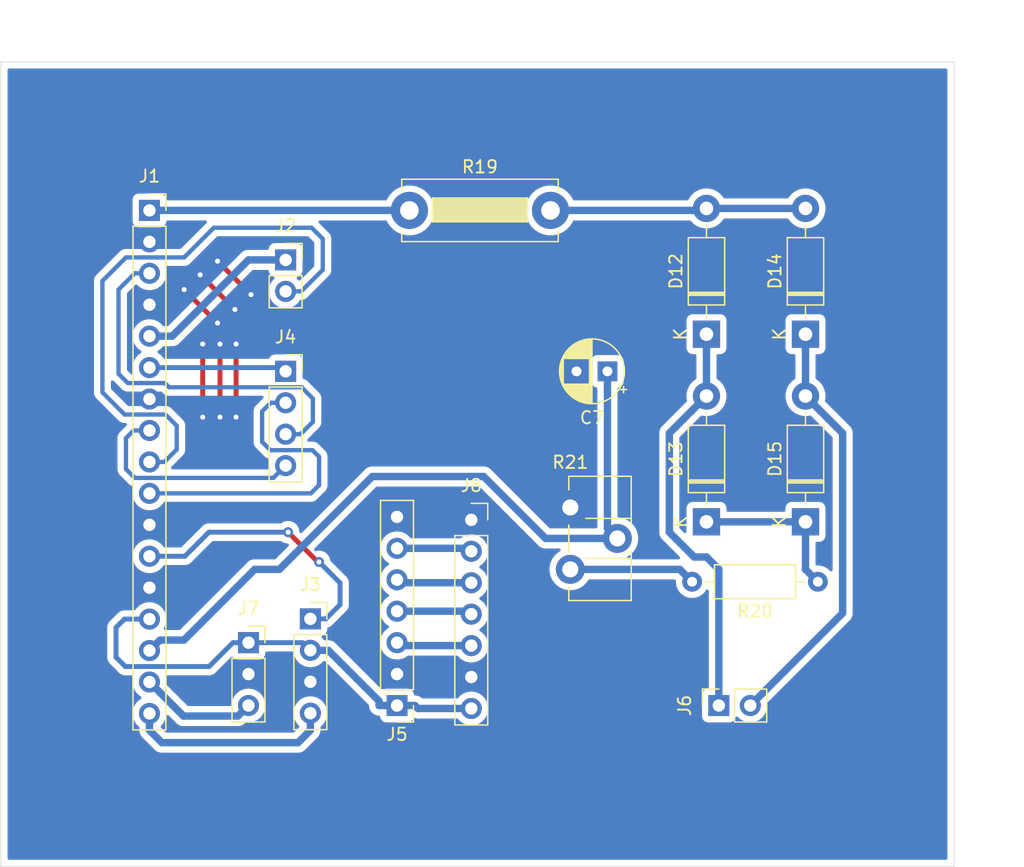
<source format=kicad_pcb>
(kicad_pcb (version 20171130) (host pcbnew "(5.1.5)-3")

  (general
    (thickness 1.6)
    (drawings 6)
    (tracks 146)
    (zones 0)
    (modules 16)
    (nets 23)
  )

  (page A4)
  (layers
    (0 F.Cu signal)
    (31 B.Cu signal)
    (32 B.Adhes user)
    (33 F.Adhes user)
    (34 B.Paste user)
    (35 F.Paste user)
    (36 B.SilkS user)
    (37 F.SilkS user)
    (38 B.Mask user)
    (39 F.Mask user)
    (40 Dwgs.User user)
    (41 Cmts.User user)
    (42 Eco1.User user)
    (43 Eco2.User user)
    (44 Edge.Cuts user)
    (45 Margin user)
    (46 B.CrtYd user)
    (47 F.CrtYd user)
    (48 B.Fab user)
    (49 F.Fab user)
  )

  (setup
    (last_trace_width 0.6)
    (user_trace_width 0.4)
    (trace_clearance 0.2)
    (zone_clearance 0.508)
    (zone_45_only no)
    (trace_min 0.4)
    (via_size 0.8)
    (via_drill 0.4)
    (via_min_size 0.4)
    (via_min_drill 0.3)
    (user_via 1 0.5)
    (uvia_size 0.3)
    (uvia_drill 0.1)
    (uvias_allowed no)
    (uvia_min_size 0.2)
    (uvia_min_drill 0.1)
    (edge_width 0.05)
    (segment_width 0.2)
    (pcb_text_width 0.3)
    (pcb_text_size 1.5 1.5)
    (mod_edge_width 0.12)
    (mod_text_size 1 1)
    (mod_text_width 0.15)
    (pad_size 1.524 1.524)
    (pad_drill 0.762)
    (pad_to_mask_clearance 0.051)
    (solder_mask_min_width 0.25)
    (aux_axis_origin 0 0)
    (visible_elements 7FFFFFFF)
    (pcbplotparams
      (layerselection 0x3ffff_ffffffff)
      (usegerberextensions false)
      (usegerberattributes false)
      (usegerberadvancedattributes false)
      (creategerberjobfile false)
      (excludeedgelayer true)
      (linewidth 0.100000)
      (plotframeref false)
      (viasonmask false)
      (mode 1)
      (useauxorigin false)
      (hpglpennumber 1)
      (hpglpenspeed 20)
      (hpglpendiameter 15.000000)
      (psnegative false)
      (psa4output false)
      (plotreference true)
      (plotvalue true)
      (plotinvisibletext false)
      (padsonsilk false)
      (subtractmaskfromsilk false)
      (outputformat 1)
      (mirror false)
      (drillshape 0)
      (scaleselection 1)
      (outputdirectory "New folder/"))
  )

  (net 0 "")
  (net 1 GND)
  (net 2 +5V)
  (net 3 2HO)
  (net 4 2LO)
  (net 5 1HO)
  (net 6 1LO)
  (net 7 VS2)
  (net 8 VFB)
  (net 9 TFB)
  (net 10 FANCTR)
  (net 11 "Net-(D12-Pad2)")
  (net 12 "Net-(D13-Pad1)")
  (net 13 SDI)
  (net 14 SCLK)
  (net 15 CS)
  (net 16 LED+)
  (net 17 ST1_J3)
  (net 18 ST2_J3)
  (net 19 IFB)
  (net 20 VS1)
  (net 21 +12V)
  (net 22 "Net-(R20-Pad2)")

  (net_class Default "This is the default net class."
    (clearance 0.2)
    (trace_width 0.6)
    (via_dia 0.8)
    (via_drill 0.4)
    (uvia_dia 0.3)
    (uvia_drill 0.1)
    (diff_pair_width 0.6)
    (diff_pair_gap 0.25)
    (add_net +12V)
    (add_net +5V)
    (add_net 1HO)
    (add_net 1LO)
    (add_net 2HO)
    (add_net 2LO)
    (add_net CS)
    (add_net FANCTR)
    (add_net GND)
    (add_net IFB)
    (add_net LED+)
    (add_net "Net-(D12-Pad2)")
    (add_net "Net-(D13-Pad1)")
    (add_net "Net-(R20-Pad2)")
    (add_net SCLK)
    (add_net SDI)
    (add_net ST1_J3)
    (add_net ST2_J3)
    (add_net TFB)
    (add_net VFB)
    (add_net VS1)
    (add_net VS2)
  )

  (module Capacitor_THT:CP_Radial_D5.0mm_P2.50mm (layer F.Cu) (tedit 5AE50EF0) (tstamp 5E7F5F9A)
    (at 115 107 180)
    (descr "CP, Radial series, Radial, pin pitch=2.50mm, , diameter=5mm, Electrolytic Capacitor")
    (tags "CP Radial series Radial pin pitch 2.50mm  diameter 5mm Electrolytic Capacitor")
    (path /5E85DE44)
    (fp_text reference C7 (at 1.25 -3.75) (layer F.SilkS)
      (effects (font (size 1 1) (thickness 0.15)))
    )
    (fp_text value 4.7uF (at 1.25 3.75) (layer F.Fab)
      (effects (font (size 1 1) (thickness 0.15)))
    )
    (fp_circle (center 1.25 0) (end 3.75 0) (layer F.Fab) (width 0.1))
    (fp_circle (center 1.25 0) (end 3.87 0) (layer F.SilkS) (width 0.12))
    (fp_circle (center 1.25 0) (end 4 0) (layer F.CrtYd) (width 0.05))
    (fp_line (start -0.883605 -1.0875) (end -0.383605 -1.0875) (layer F.Fab) (width 0.1))
    (fp_line (start -0.633605 -1.3375) (end -0.633605 -0.8375) (layer F.Fab) (width 0.1))
    (fp_line (start 1.25 -2.58) (end 1.25 2.58) (layer F.SilkS) (width 0.12))
    (fp_line (start 1.29 -2.58) (end 1.29 2.58) (layer F.SilkS) (width 0.12))
    (fp_line (start 1.33 -2.579) (end 1.33 2.579) (layer F.SilkS) (width 0.12))
    (fp_line (start 1.37 -2.578) (end 1.37 2.578) (layer F.SilkS) (width 0.12))
    (fp_line (start 1.41 -2.576) (end 1.41 2.576) (layer F.SilkS) (width 0.12))
    (fp_line (start 1.45 -2.573) (end 1.45 2.573) (layer F.SilkS) (width 0.12))
    (fp_line (start 1.49 -2.569) (end 1.49 -1.04) (layer F.SilkS) (width 0.12))
    (fp_line (start 1.49 1.04) (end 1.49 2.569) (layer F.SilkS) (width 0.12))
    (fp_line (start 1.53 -2.565) (end 1.53 -1.04) (layer F.SilkS) (width 0.12))
    (fp_line (start 1.53 1.04) (end 1.53 2.565) (layer F.SilkS) (width 0.12))
    (fp_line (start 1.57 -2.561) (end 1.57 -1.04) (layer F.SilkS) (width 0.12))
    (fp_line (start 1.57 1.04) (end 1.57 2.561) (layer F.SilkS) (width 0.12))
    (fp_line (start 1.61 -2.556) (end 1.61 -1.04) (layer F.SilkS) (width 0.12))
    (fp_line (start 1.61 1.04) (end 1.61 2.556) (layer F.SilkS) (width 0.12))
    (fp_line (start 1.65 -2.55) (end 1.65 -1.04) (layer F.SilkS) (width 0.12))
    (fp_line (start 1.65 1.04) (end 1.65 2.55) (layer F.SilkS) (width 0.12))
    (fp_line (start 1.69 -2.543) (end 1.69 -1.04) (layer F.SilkS) (width 0.12))
    (fp_line (start 1.69 1.04) (end 1.69 2.543) (layer F.SilkS) (width 0.12))
    (fp_line (start 1.73 -2.536) (end 1.73 -1.04) (layer F.SilkS) (width 0.12))
    (fp_line (start 1.73 1.04) (end 1.73 2.536) (layer F.SilkS) (width 0.12))
    (fp_line (start 1.77 -2.528) (end 1.77 -1.04) (layer F.SilkS) (width 0.12))
    (fp_line (start 1.77 1.04) (end 1.77 2.528) (layer F.SilkS) (width 0.12))
    (fp_line (start 1.81 -2.52) (end 1.81 -1.04) (layer F.SilkS) (width 0.12))
    (fp_line (start 1.81 1.04) (end 1.81 2.52) (layer F.SilkS) (width 0.12))
    (fp_line (start 1.85 -2.511) (end 1.85 -1.04) (layer F.SilkS) (width 0.12))
    (fp_line (start 1.85 1.04) (end 1.85 2.511) (layer F.SilkS) (width 0.12))
    (fp_line (start 1.89 -2.501) (end 1.89 -1.04) (layer F.SilkS) (width 0.12))
    (fp_line (start 1.89 1.04) (end 1.89 2.501) (layer F.SilkS) (width 0.12))
    (fp_line (start 1.93 -2.491) (end 1.93 -1.04) (layer F.SilkS) (width 0.12))
    (fp_line (start 1.93 1.04) (end 1.93 2.491) (layer F.SilkS) (width 0.12))
    (fp_line (start 1.971 -2.48) (end 1.971 -1.04) (layer F.SilkS) (width 0.12))
    (fp_line (start 1.971 1.04) (end 1.971 2.48) (layer F.SilkS) (width 0.12))
    (fp_line (start 2.011 -2.468) (end 2.011 -1.04) (layer F.SilkS) (width 0.12))
    (fp_line (start 2.011 1.04) (end 2.011 2.468) (layer F.SilkS) (width 0.12))
    (fp_line (start 2.051 -2.455) (end 2.051 -1.04) (layer F.SilkS) (width 0.12))
    (fp_line (start 2.051 1.04) (end 2.051 2.455) (layer F.SilkS) (width 0.12))
    (fp_line (start 2.091 -2.442) (end 2.091 -1.04) (layer F.SilkS) (width 0.12))
    (fp_line (start 2.091 1.04) (end 2.091 2.442) (layer F.SilkS) (width 0.12))
    (fp_line (start 2.131 -2.428) (end 2.131 -1.04) (layer F.SilkS) (width 0.12))
    (fp_line (start 2.131 1.04) (end 2.131 2.428) (layer F.SilkS) (width 0.12))
    (fp_line (start 2.171 -2.414) (end 2.171 -1.04) (layer F.SilkS) (width 0.12))
    (fp_line (start 2.171 1.04) (end 2.171 2.414) (layer F.SilkS) (width 0.12))
    (fp_line (start 2.211 -2.398) (end 2.211 -1.04) (layer F.SilkS) (width 0.12))
    (fp_line (start 2.211 1.04) (end 2.211 2.398) (layer F.SilkS) (width 0.12))
    (fp_line (start 2.251 -2.382) (end 2.251 -1.04) (layer F.SilkS) (width 0.12))
    (fp_line (start 2.251 1.04) (end 2.251 2.382) (layer F.SilkS) (width 0.12))
    (fp_line (start 2.291 -2.365) (end 2.291 -1.04) (layer F.SilkS) (width 0.12))
    (fp_line (start 2.291 1.04) (end 2.291 2.365) (layer F.SilkS) (width 0.12))
    (fp_line (start 2.331 -2.348) (end 2.331 -1.04) (layer F.SilkS) (width 0.12))
    (fp_line (start 2.331 1.04) (end 2.331 2.348) (layer F.SilkS) (width 0.12))
    (fp_line (start 2.371 -2.329) (end 2.371 -1.04) (layer F.SilkS) (width 0.12))
    (fp_line (start 2.371 1.04) (end 2.371 2.329) (layer F.SilkS) (width 0.12))
    (fp_line (start 2.411 -2.31) (end 2.411 -1.04) (layer F.SilkS) (width 0.12))
    (fp_line (start 2.411 1.04) (end 2.411 2.31) (layer F.SilkS) (width 0.12))
    (fp_line (start 2.451 -2.29) (end 2.451 -1.04) (layer F.SilkS) (width 0.12))
    (fp_line (start 2.451 1.04) (end 2.451 2.29) (layer F.SilkS) (width 0.12))
    (fp_line (start 2.491 -2.268) (end 2.491 -1.04) (layer F.SilkS) (width 0.12))
    (fp_line (start 2.491 1.04) (end 2.491 2.268) (layer F.SilkS) (width 0.12))
    (fp_line (start 2.531 -2.247) (end 2.531 -1.04) (layer F.SilkS) (width 0.12))
    (fp_line (start 2.531 1.04) (end 2.531 2.247) (layer F.SilkS) (width 0.12))
    (fp_line (start 2.571 -2.224) (end 2.571 -1.04) (layer F.SilkS) (width 0.12))
    (fp_line (start 2.571 1.04) (end 2.571 2.224) (layer F.SilkS) (width 0.12))
    (fp_line (start 2.611 -2.2) (end 2.611 -1.04) (layer F.SilkS) (width 0.12))
    (fp_line (start 2.611 1.04) (end 2.611 2.2) (layer F.SilkS) (width 0.12))
    (fp_line (start 2.651 -2.175) (end 2.651 -1.04) (layer F.SilkS) (width 0.12))
    (fp_line (start 2.651 1.04) (end 2.651 2.175) (layer F.SilkS) (width 0.12))
    (fp_line (start 2.691 -2.149) (end 2.691 -1.04) (layer F.SilkS) (width 0.12))
    (fp_line (start 2.691 1.04) (end 2.691 2.149) (layer F.SilkS) (width 0.12))
    (fp_line (start 2.731 -2.122) (end 2.731 -1.04) (layer F.SilkS) (width 0.12))
    (fp_line (start 2.731 1.04) (end 2.731 2.122) (layer F.SilkS) (width 0.12))
    (fp_line (start 2.771 -2.095) (end 2.771 -1.04) (layer F.SilkS) (width 0.12))
    (fp_line (start 2.771 1.04) (end 2.771 2.095) (layer F.SilkS) (width 0.12))
    (fp_line (start 2.811 -2.065) (end 2.811 -1.04) (layer F.SilkS) (width 0.12))
    (fp_line (start 2.811 1.04) (end 2.811 2.065) (layer F.SilkS) (width 0.12))
    (fp_line (start 2.851 -2.035) (end 2.851 -1.04) (layer F.SilkS) (width 0.12))
    (fp_line (start 2.851 1.04) (end 2.851 2.035) (layer F.SilkS) (width 0.12))
    (fp_line (start 2.891 -2.004) (end 2.891 -1.04) (layer F.SilkS) (width 0.12))
    (fp_line (start 2.891 1.04) (end 2.891 2.004) (layer F.SilkS) (width 0.12))
    (fp_line (start 2.931 -1.971) (end 2.931 -1.04) (layer F.SilkS) (width 0.12))
    (fp_line (start 2.931 1.04) (end 2.931 1.971) (layer F.SilkS) (width 0.12))
    (fp_line (start 2.971 -1.937) (end 2.971 -1.04) (layer F.SilkS) (width 0.12))
    (fp_line (start 2.971 1.04) (end 2.971 1.937) (layer F.SilkS) (width 0.12))
    (fp_line (start 3.011 -1.901) (end 3.011 -1.04) (layer F.SilkS) (width 0.12))
    (fp_line (start 3.011 1.04) (end 3.011 1.901) (layer F.SilkS) (width 0.12))
    (fp_line (start 3.051 -1.864) (end 3.051 -1.04) (layer F.SilkS) (width 0.12))
    (fp_line (start 3.051 1.04) (end 3.051 1.864) (layer F.SilkS) (width 0.12))
    (fp_line (start 3.091 -1.826) (end 3.091 -1.04) (layer F.SilkS) (width 0.12))
    (fp_line (start 3.091 1.04) (end 3.091 1.826) (layer F.SilkS) (width 0.12))
    (fp_line (start 3.131 -1.785) (end 3.131 -1.04) (layer F.SilkS) (width 0.12))
    (fp_line (start 3.131 1.04) (end 3.131 1.785) (layer F.SilkS) (width 0.12))
    (fp_line (start 3.171 -1.743) (end 3.171 -1.04) (layer F.SilkS) (width 0.12))
    (fp_line (start 3.171 1.04) (end 3.171 1.743) (layer F.SilkS) (width 0.12))
    (fp_line (start 3.211 -1.699) (end 3.211 -1.04) (layer F.SilkS) (width 0.12))
    (fp_line (start 3.211 1.04) (end 3.211 1.699) (layer F.SilkS) (width 0.12))
    (fp_line (start 3.251 -1.653) (end 3.251 -1.04) (layer F.SilkS) (width 0.12))
    (fp_line (start 3.251 1.04) (end 3.251 1.653) (layer F.SilkS) (width 0.12))
    (fp_line (start 3.291 -1.605) (end 3.291 -1.04) (layer F.SilkS) (width 0.12))
    (fp_line (start 3.291 1.04) (end 3.291 1.605) (layer F.SilkS) (width 0.12))
    (fp_line (start 3.331 -1.554) (end 3.331 -1.04) (layer F.SilkS) (width 0.12))
    (fp_line (start 3.331 1.04) (end 3.331 1.554) (layer F.SilkS) (width 0.12))
    (fp_line (start 3.371 -1.5) (end 3.371 -1.04) (layer F.SilkS) (width 0.12))
    (fp_line (start 3.371 1.04) (end 3.371 1.5) (layer F.SilkS) (width 0.12))
    (fp_line (start 3.411 -1.443) (end 3.411 -1.04) (layer F.SilkS) (width 0.12))
    (fp_line (start 3.411 1.04) (end 3.411 1.443) (layer F.SilkS) (width 0.12))
    (fp_line (start 3.451 -1.383) (end 3.451 -1.04) (layer F.SilkS) (width 0.12))
    (fp_line (start 3.451 1.04) (end 3.451 1.383) (layer F.SilkS) (width 0.12))
    (fp_line (start 3.491 -1.319) (end 3.491 -1.04) (layer F.SilkS) (width 0.12))
    (fp_line (start 3.491 1.04) (end 3.491 1.319) (layer F.SilkS) (width 0.12))
    (fp_line (start 3.531 -1.251) (end 3.531 -1.04) (layer F.SilkS) (width 0.12))
    (fp_line (start 3.531 1.04) (end 3.531 1.251) (layer F.SilkS) (width 0.12))
    (fp_line (start 3.571 -1.178) (end 3.571 1.178) (layer F.SilkS) (width 0.12))
    (fp_line (start 3.611 -1.098) (end 3.611 1.098) (layer F.SilkS) (width 0.12))
    (fp_line (start 3.651 -1.011) (end 3.651 1.011) (layer F.SilkS) (width 0.12))
    (fp_line (start 3.691 -0.915) (end 3.691 0.915) (layer F.SilkS) (width 0.12))
    (fp_line (start 3.731 -0.805) (end 3.731 0.805) (layer F.SilkS) (width 0.12))
    (fp_line (start 3.771 -0.677) (end 3.771 0.677) (layer F.SilkS) (width 0.12))
    (fp_line (start 3.811 -0.518) (end 3.811 0.518) (layer F.SilkS) (width 0.12))
    (fp_line (start 3.851 -0.284) (end 3.851 0.284) (layer F.SilkS) (width 0.12))
    (fp_line (start -1.554775 -1.475) (end -1.054775 -1.475) (layer F.SilkS) (width 0.12))
    (fp_line (start -1.304775 -1.725) (end -1.304775 -1.225) (layer F.SilkS) (width 0.12))
    (fp_text user %R (at 1.25 0) (layer F.Fab)
      (effects (font (size 1 1) (thickness 0.15)))
    )
    (pad 1 thru_hole rect (at 0 0 180) (size 1.6 1.6) (drill 0.8) (layers *.Cu *.Mask)
      (net 8 VFB))
    (pad 2 thru_hole circle (at 2.5 0 180) (size 1.6 1.6) (drill 0.8) (layers *.Cu *.Mask)
      (net 1 GND))
    (model ${KISYS3DMOD}/Capacitor_THT.3dshapes/CP_Radial_D5.0mm_P2.50mm.wrl
      (at (xyz 0 0 0))
      (scale (xyz 1 1 1))
      (rotate (xyz 0 0 0))
    )
  )

  (module Diode_THT:D_DO-41_SOD81_P10.16mm_Horizontal (layer F.Cu) (tedit 5AE50CD5) (tstamp 5E7F5FB9)
    (at 123 104 90)
    (descr "Diode, DO-41_SOD81 series, Axial, Horizontal, pin pitch=10.16mm, , length*diameter=5.2*2.7mm^2, , http://www.diodes.com/_files/packages/DO-41%20(Plastic).pdf")
    (tags "Diode DO-41_SOD81 series Axial Horizontal pin pitch 10.16mm  length 5.2mm diameter 2.7mm")
    (path /5E830B50)
    (fp_text reference D12 (at 5.08 -2.47 90) (layer F.SilkS)
      (effects (font (size 1 1) (thickness 0.15)))
    )
    (fp_text value 1N4007 (at 5.08 2.47 90) (layer F.Fab)
      (effects (font (size 1 1) (thickness 0.15)))
    )
    (fp_line (start 2.48 -1.35) (end 2.48 1.35) (layer F.Fab) (width 0.1))
    (fp_line (start 2.48 1.35) (end 7.68 1.35) (layer F.Fab) (width 0.1))
    (fp_line (start 7.68 1.35) (end 7.68 -1.35) (layer F.Fab) (width 0.1))
    (fp_line (start 7.68 -1.35) (end 2.48 -1.35) (layer F.Fab) (width 0.1))
    (fp_line (start 0 0) (end 2.48 0) (layer F.Fab) (width 0.1))
    (fp_line (start 10.16 0) (end 7.68 0) (layer F.Fab) (width 0.1))
    (fp_line (start 3.26 -1.35) (end 3.26 1.35) (layer F.Fab) (width 0.1))
    (fp_line (start 3.36 -1.35) (end 3.36 1.35) (layer F.Fab) (width 0.1))
    (fp_line (start 3.16 -1.35) (end 3.16 1.35) (layer F.Fab) (width 0.1))
    (fp_line (start 2.36 -1.47) (end 2.36 1.47) (layer F.SilkS) (width 0.12))
    (fp_line (start 2.36 1.47) (end 7.8 1.47) (layer F.SilkS) (width 0.12))
    (fp_line (start 7.8 1.47) (end 7.8 -1.47) (layer F.SilkS) (width 0.12))
    (fp_line (start 7.8 -1.47) (end 2.36 -1.47) (layer F.SilkS) (width 0.12))
    (fp_line (start 1.34 0) (end 2.36 0) (layer F.SilkS) (width 0.12))
    (fp_line (start 8.82 0) (end 7.8 0) (layer F.SilkS) (width 0.12))
    (fp_line (start 3.26 -1.47) (end 3.26 1.47) (layer F.SilkS) (width 0.12))
    (fp_line (start 3.38 -1.47) (end 3.38 1.47) (layer F.SilkS) (width 0.12))
    (fp_line (start 3.14 -1.47) (end 3.14 1.47) (layer F.SilkS) (width 0.12))
    (fp_line (start -1.35 -1.6) (end -1.35 1.6) (layer F.CrtYd) (width 0.05))
    (fp_line (start -1.35 1.6) (end 11.51 1.6) (layer F.CrtYd) (width 0.05))
    (fp_line (start 11.51 1.6) (end 11.51 -1.6) (layer F.CrtYd) (width 0.05))
    (fp_line (start 11.51 -1.6) (end -1.35 -1.6) (layer F.CrtYd) (width 0.05))
    (fp_text user %R (at 5.47 0 90) (layer F.Fab)
      (effects (font (size 1 1) (thickness 0.15)))
    )
    (fp_text user K (at 0 -2.1 90) (layer F.Fab)
      (effects (font (size 1 1) (thickness 0.15)))
    )
    (fp_text user K (at 0 -2.1 90) (layer F.SilkS)
      (effects (font (size 1 1) (thickness 0.15)))
    )
    (pad 1 thru_hole rect (at 0 0 90) (size 2.2 2.2) (drill 1.1) (layers *.Cu *.Mask)
      (net 17 ST1_J3))
    (pad 2 thru_hole oval (at 10.16 0 90) (size 2.2 2.2) (drill 1.1) (layers *.Cu *.Mask)
      (net 11 "Net-(D12-Pad2)"))
    (model ${KISYS3DMOD}/Diode_THT.3dshapes/D_DO-41_SOD81_P10.16mm_Horizontal.wrl
      (at (xyz 0 0 0))
      (scale (xyz 1 1 1))
      (rotate (xyz 0 0 0))
    )
  )

  (module Diode_THT:D_DO-41_SOD81_P10.16mm_Horizontal (layer F.Cu) (tedit 5AE50CD5) (tstamp 5E7F5FD8)
    (at 123 119.16 90)
    (descr "Diode, DO-41_SOD81 series, Axial, Horizontal, pin pitch=10.16mm, , length*diameter=5.2*2.7mm^2, , http://www.diodes.com/_files/packages/DO-41%20(Plastic).pdf")
    (tags "Diode DO-41_SOD81 series Axial Horizontal pin pitch 10.16mm  length 5.2mm diameter 2.7mm")
    (path /5E833295)
    (fp_text reference D13 (at 5.08 -2.47 90) (layer F.SilkS)
      (effects (font (size 1 1) (thickness 0.15)))
    )
    (fp_text value 1N4007 (at 5.08 2.47 90) (layer F.Fab)
      (effects (font (size 1 1) (thickness 0.15)))
    )
    (fp_text user K (at 0 -2.1 90) (layer F.SilkS)
      (effects (font (size 1 1) (thickness 0.15)))
    )
    (fp_text user K (at 0 -2.1 90) (layer F.Fab)
      (effects (font (size 1 1) (thickness 0.15)))
    )
    (fp_text user %R (at 5.47 0 90) (layer F.Fab)
      (effects (font (size 1 1) (thickness 0.15)))
    )
    (fp_line (start 11.51 -1.6) (end -1.35 -1.6) (layer F.CrtYd) (width 0.05))
    (fp_line (start 11.51 1.6) (end 11.51 -1.6) (layer F.CrtYd) (width 0.05))
    (fp_line (start -1.35 1.6) (end 11.51 1.6) (layer F.CrtYd) (width 0.05))
    (fp_line (start -1.35 -1.6) (end -1.35 1.6) (layer F.CrtYd) (width 0.05))
    (fp_line (start 3.14 -1.47) (end 3.14 1.47) (layer F.SilkS) (width 0.12))
    (fp_line (start 3.38 -1.47) (end 3.38 1.47) (layer F.SilkS) (width 0.12))
    (fp_line (start 3.26 -1.47) (end 3.26 1.47) (layer F.SilkS) (width 0.12))
    (fp_line (start 8.82 0) (end 7.8 0) (layer F.SilkS) (width 0.12))
    (fp_line (start 1.34 0) (end 2.36 0) (layer F.SilkS) (width 0.12))
    (fp_line (start 7.8 -1.47) (end 2.36 -1.47) (layer F.SilkS) (width 0.12))
    (fp_line (start 7.8 1.47) (end 7.8 -1.47) (layer F.SilkS) (width 0.12))
    (fp_line (start 2.36 1.47) (end 7.8 1.47) (layer F.SilkS) (width 0.12))
    (fp_line (start 2.36 -1.47) (end 2.36 1.47) (layer F.SilkS) (width 0.12))
    (fp_line (start 3.16 -1.35) (end 3.16 1.35) (layer F.Fab) (width 0.1))
    (fp_line (start 3.36 -1.35) (end 3.36 1.35) (layer F.Fab) (width 0.1))
    (fp_line (start 3.26 -1.35) (end 3.26 1.35) (layer F.Fab) (width 0.1))
    (fp_line (start 10.16 0) (end 7.68 0) (layer F.Fab) (width 0.1))
    (fp_line (start 0 0) (end 2.48 0) (layer F.Fab) (width 0.1))
    (fp_line (start 7.68 -1.35) (end 2.48 -1.35) (layer F.Fab) (width 0.1))
    (fp_line (start 7.68 1.35) (end 7.68 -1.35) (layer F.Fab) (width 0.1))
    (fp_line (start 2.48 1.35) (end 7.68 1.35) (layer F.Fab) (width 0.1))
    (fp_line (start 2.48 -1.35) (end 2.48 1.35) (layer F.Fab) (width 0.1))
    (pad 2 thru_hole oval (at 10.16 0 90) (size 2.2 2.2) (drill 1.1) (layers *.Cu *.Mask)
      (net 17 ST1_J3))
    (pad 1 thru_hole rect (at 0 0 90) (size 2.2 2.2) (drill 1.1) (layers *.Cu *.Mask)
      (net 12 "Net-(D13-Pad1)"))
    (model ${KISYS3DMOD}/Diode_THT.3dshapes/D_DO-41_SOD81_P10.16mm_Horizontal.wrl
      (at (xyz 0 0 0))
      (scale (xyz 1 1 1))
      (rotate (xyz 0 0 0))
    )
  )

  (module Diode_THT:D_DO-41_SOD81_P10.16mm_Horizontal (layer F.Cu) (tedit 5AE50CD5) (tstamp 5E7F5FF7)
    (at 131 104 90)
    (descr "Diode, DO-41_SOD81 series, Axial, Horizontal, pin pitch=10.16mm, , length*diameter=5.2*2.7mm^2, , http://www.diodes.com/_files/packages/DO-41%20(Plastic).pdf")
    (tags "Diode DO-41_SOD81 series Axial Horizontal pin pitch 10.16mm  length 5.2mm diameter 2.7mm")
    (path /5E83BBC7)
    (fp_text reference D14 (at 5.08 -2.47 90) (layer F.SilkS)
      (effects (font (size 1 1) (thickness 0.15)))
    )
    (fp_text value 1N4007 (at 5.08 2.47 90) (layer F.Fab)
      (effects (font (size 1 1) (thickness 0.15)))
    )
    (fp_line (start 2.48 -1.35) (end 2.48 1.35) (layer F.Fab) (width 0.1))
    (fp_line (start 2.48 1.35) (end 7.68 1.35) (layer F.Fab) (width 0.1))
    (fp_line (start 7.68 1.35) (end 7.68 -1.35) (layer F.Fab) (width 0.1))
    (fp_line (start 7.68 -1.35) (end 2.48 -1.35) (layer F.Fab) (width 0.1))
    (fp_line (start 0 0) (end 2.48 0) (layer F.Fab) (width 0.1))
    (fp_line (start 10.16 0) (end 7.68 0) (layer F.Fab) (width 0.1))
    (fp_line (start 3.26 -1.35) (end 3.26 1.35) (layer F.Fab) (width 0.1))
    (fp_line (start 3.36 -1.35) (end 3.36 1.35) (layer F.Fab) (width 0.1))
    (fp_line (start 3.16 -1.35) (end 3.16 1.35) (layer F.Fab) (width 0.1))
    (fp_line (start 2.36 -1.47) (end 2.36 1.47) (layer F.SilkS) (width 0.12))
    (fp_line (start 2.36 1.47) (end 7.8 1.47) (layer F.SilkS) (width 0.12))
    (fp_line (start 7.8 1.47) (end 7.8 -1.47) (layer F.SilkS) (width 0.12))
    (fp_line (start 7.8 -1.47) (end 2.36 -1.47) (layer F.SilkS) (width 0.12))
    (fp_line (start 1.34 0) (end 2.36 0) (layer F.SilkS) (width 0.12))
    (fp_line (start 8.82 0) (end 7.8 0) (layer F.SilkS) (width 0.12))
    (fp_line (start 3.26 -1.47) (end 3.26 1.47) (layer F.SilkS) (width 0.12))
    (fp_line (start 3.38 -1.47) (end 3.38 1.47) (layer F.SilkS) (width 0.12))
    (fp_line (start 3.14 -1.47) (end 3.14 1.47) (layer F.SilkS) (width 0.12))
    (fp_line (start -1.35 -1.6) (end -1.35 1.6) (layer F.CrtYd) (width 0.05))
    (fp_line (start -1.35 1.6) (end 11.51 1.6) (layer F.CrtYd) (width 0.05))
    (fp_line (start 11.51 1.6) (end 11.51 -1.6) (layer F.CrtYd) (width 0.05))
    (fp_line (start 11.51 -1.6) (end -1.35 -1.6) (layer F.CrtYd) (width 0.05))
    (fp_text user %R (at 5.47 0 90) (layer F.Fab)
      (effects (font (size 1 1) (thickness 0.15)))
    )
    (fp_text user K (at 0 -2.1 90) (layer F.Fab)
      (effects (font (size 1 1) (thickness 0.15)))
    )
    (fp_text user K (at 0 -2.1 90) (layer F.SilkS)
      (effects (font (size 1 1) (thickness 0.15)))
    )
    (pad 1 thru_hole rect (at 0 0 90) (size 2.2 2.2) (drill 1.1) (layers *.Cu *.Mask)
      (net 18 ST2_J3))
    (pad 2 thru_hole oval (at 10.16 0 90) (size 2.2 2.2) (drill 1.1) (layers *.Cu *.Mask)
      (net 11 "Net-(D12-Pad2)"))
    (model ${KISYS3DMOD}/Diode_THT.3dshapes/D_DO-41_SOD81_P10.16mm_Horizontal.wrl
      (at (xyz 0 0 0))
      (scale (xyz 1 1 1))
      (rotate (xyz 0 0 0))
    )
  )

  (module Diode_THT:D_DO-41_SOD81_P10.16mm_Horizontal (layer F.Cu) (tedit 5AE50CD5) (tstamp 5E7F6016)
    (at 131 119.16 90)
    (descr "Diode, DO-41_SOD81 series, Axial, Horizontal, pin pitch=10.16mm, , length*diameter=5.2*2.7mm^2, , http://www.diodes.com/_files/packages/DO-41%20(Plastic).pdf")
    (tags "Diode DO-41_SOD81 series Axial Horizontal pin pitch 10.16mm  length 5.2mm diameter 2.7mm")
    (path /5E83BBCD)
    (fp_text reference D15 (at 5.08 -2.47 90) (layer F.SilkS)
      (effects (font (size 1 1) (thickness 0.15)))
    )
    (fp_text value 1N4007 (at 5.08 2.47 90) (layer F.Fab)
      (effects (font (size 1 1) (thickness 0.15)))
    )
    (fp_text user K (at 0 -2.1 90) (layer F.SilkS)
      (effects (font (size 1 1) (thickness 0.15)))
    )
    (fp_text user K (at 0 -2.1 90) (layer F.Fab)
      (effects (font (size 1 1) (thickness 0.15)))
    )
    (fp_text user %R (at 5.47 0 90) (layer F.Fab)
      (effects (font (size 1 1) (thickness 0.15)))
    )
    (fp_line (start 11.51 -1.6) (end -1.35 -1.6) (layer F.CrtYd) (width 0.05))
    (fp_line (start 11.51 1.6) (end 11.51 -1.6) (layer F.CrtYd) (width 0.05))
    (fp_line (start -1.35 1.6) (end 11.51 1.6) (layer F.CrtYd) (width 0.05))
    (fp_line (start -1.35 -1.6) (end -1.35 1.6) (layer F.CrtYd) (width 0.05))
    (fp_line (start 3.14 -1.47) (end 3.14 1.47) (layer F.SilkS) (width 0.12))
    (fp_line (start 3.38 -1.47) (end 3.38 1.47) (layer F.SilkS) (width 0.12))
    (fp_line (start 3.26 -1.47) (end 3.26 1.47) (layer F.SilkS) (width 0.12))
    (fp_line (start 8.82 0) (end 7.8 0) (layer F.SilkS) (width 0.12))
    (fp_line (start 1.34 0) (end 2.36 0) (layer F.SilkS) (width 0.12))
    (fp_line (start 7.8 -1.47) (end 2.36 -1.47) (layer F.SilkS) (width 0.12))
    (fp_line (start 7.8 1.47) (end 7.8 -1.47) (layer F.SilkS) (width 0.12))
    (fp_line (start 2.36 1.47) (end 7.8 1.47) (layer F.SilkS) (width 0.12))
    (fp_line (start 2.36 -1.47) (end 2.36 1.47) (layer F.SilkS) (width 0.12))
    (fp_line (start 3.16 -1.35) (end 3.16 1.35) (layer F.Fab) (width 0.1))
    (fp_line (start 3.36 -1.35) (end 3.36 1.35) (layer F.Fab) (width 0.1))
    (fp_line (start 3.26 -1.35) (end 3.26 1.35) (layer F.Fab) (width 0.1))
    (fp_line (start 10.16 0) (end 7.68 0) (layer F.Fab) (width 0.1))
    (fp_line (start 0 0) (end 2.48 0) (layer F.Fab) (width 0.1))
    (fp_line (start 7.68 -1.35) (end 2.48 -1.35) (layer F.Fab) (width 0.1))
    (fp_line (start 7.68 1.35) (end 7.68 -1.35) (layer F.Fab) (width 0.1))
    (fp_line (start 2.48 1.35) (end 7.68 1.35) (layer F.Fab) (width 0.1))
    (fp_line (start 2.48 -1.35) (end 2.48 1.35) (layer F.Fab) (width 0.1))
    (pad 2 thru_hole oval (at 10.16 0 90) (size 2.2 2.2) (drill 1.1) (layers *.Cu *.Mask)
      (net 18 ST2_J3))
    (pad 1 thru_hole rect (at 0 0 90) (size 2.2 2.2) (drill 1.1) (layers *.Cu *.Mask)
      (net 12 "Net-(D13-Pad1)"))
    (model ${KISYS3DMOD}/Diode_THT.3dshapes/D_DO-41_SOD81_P10.16mm_Horizontal.wrl
      (at (xyz 0 0 0))
      (scale (xyz 1 1 1))
      (rotate (xyz 0 0 0))
    )
  )

  (module Connector_PinSocket_2.54mm:PinSocket_1x17_P2.54mm_Vertical (layer F.Cu) (tedit 5A19A42B) (tstamp 5E7F603B)
    (at 78 94)
    (descr "Through hole straight socket strip, 1x17, 2.54mm pitch, single row (from Kicad 4.0.7), script generated")
    (tags "Through hole socket strip THT 1x17 2.54mm single row")
    (path /5E7CEA8B)
    (fp_text reference J1 (at 0 -2.77) (layer F.SilkS)
      (effects (font (size 1 1) (thickness 0.15)))
    )
    (fp_text value Conn_01x17_Female (at 0 43.41) (layer F.Fab)
      (effects (font (size 1 1) (thickness 0.15)))
    )
    (fp_line (start -1.27 -1.27) (end 0.635 -1.27) (layer F.Fab) (width 0.1))
    (fp_line (start 0.635 -1.27) (end 1.27 -0.635) (layer F.Fab) (width 0.1))
    (fp_line (start 1.27 -0.635) (end 1.27 41.91) (layer F.Fab) (width 0.1))
    (fp_line (start 1.27 41.91) (end -1.27 41.91) (layer F.Fab) (width 0.1))
    (fp_line (start -1.27 41.91) (end -1.27 -1.27) (layer F.Fab) (width 0.1))
    (fp_line (start -1.33 1.27) (end 1.33 1.27) (layer F.SilkS) (width 0.12))
    (fp_line (start -1.33 1.27) (end -1.33 41.97) (layer F.SilkS) (width 0.12))
    (fp_line (start -1.33 41.97) (end 1.33 41.97) (layer F.SilkS) (width 0.12))
    (fp_line (start 1.33 1.27) (end 1.33 41.97) (layer F.SilkS) (width 0.12))
    (fp_line (start 1.33 -1.33) (end 1.33 0) (layer F.SilkS) (width 0.12))
    (fp_line (start 0 -1.33) (end 1.33 -1.33) (layer F.SilkS) (width 0.12))
    (fp_line (start -1.8 -1.8) (end 1.75 -1.8) (layer F.CrtYd) (width 0.05))
    (fp_line (start 1.75 -1.8) (end 1.75 42.4) (layer F.CrtYd) (width 0.05))
    (fp_line (start 1.75 42.4) (end -1.8 42.4) (layer F.CrtYd) (width 0.05))
    (fp_line (start -1.8 42.4) (end -1.8 -1.8) (layer F.CrtYd) (width 0.05))
    (fp_text user %R (at 0 20.32 90) (layer F.Fab)
      (effects (font (size 1 1) (thickness 0.15)))
    )
    (pad 1 thru_hole rect (at 0 0) (size 1.7 1.7) (drill 1) (layers *.Cu *.Mask)
      (net 19 IFB))
    (pad 2 thru_hole oval (at 0 2.54) (size 1.7 1.7) (drill 1) (layers *.Cu *.Mask)
      (net 1 GND))
    (pad 3 thru_hole oval (at 0 5.08) (size 1.7 1.7) (drill 1) (layers *.Cu *.Mask)
      (net 6 1LO))
    (pad 4 thru_hole oval (at 0 7.62) (size 1.7 1.7) (drill 1) (layers *.Cu *.Mask)
      (net 1 GND))
    (pad 5 thru_hole oval (at 0 10.16) (size 1.7 1.7) (drill 1) (layers *.Cu *.Mask)
      (net 20 VS1))
    (pad 6 thru_hole oval (at 0 12.7) (size 1.7 1.7) (drill 1) (layers *.Cu *.Mask)
      (net 5 1HO))
    (pad 7 thru_hole oval (at 0 15.24) (size 1.7 1.7) (drill 1) (layers *.Cu *.Mask)
      (net 1 GND))
    (pad 8 thru_hole oval (at 0 17.78) (size 1.7 1.7) (drill 1) (layers *.Cu *.Mask)
      (net 4 2LO))
    (pad 9 thru_hole oval (at 0 20.32) (size 1.7 1.7) (drill 1) (layers *.Cu *.Mask)
      (net 7 VS2))
    (pad 10 thru_hole oval (at 0 22.86) (size 1.7 1.7) (drill 1) (layers *.Cu *.Mask)
      (net 3 2HO))
    (pad 11 thru_hole oval (at 0 25.4) (size 1.7 1.7) (drill 1) (layers *.Cu *.Mask)
      (net 1 GND))
    (pad 12 thru_hole oval (at 0 27.94) (size 1.7 1.7) (drill 1) (layers *.Cu *.Mask)
      (net 21 +12V))
    (pad 13 thru_hole oval (at 0 30.48) (size 1.7 1.7) (drill 1) (layers *.Cu *.Mask)
      (net 1 GND))
    (pad 14 thru_hole oval (at 0 33.02) (size 1.7 1.7) (drill 1) (layers *.Cu *.Mask)
      (net 2 +5V))
    (pad 15 thru_hole oval (at 0 35.56) (size 1.7 1.7) (drill 1) (layers *.Cu *.Mask)
      (net 8 VFB))
    (pad 16 thru_hole oval (at 0 38.1) (size 1.7 1.7) (drill 1) (layers *.Cu *.Mask)
      (net 9 TFB))
    (pad 17 thru_hole oval (at 0 40.64) (size 1.7 1.7) (drill 1) (layers *.Cu *.Mask)
      (net 10 FANCTR))
    (model ${KISYS3DMOD}/Connector_PinSocket_2.54mm.3dshapes/PinSocket_1x17_P2.54mm_Vertical.wrl
      (at (xyz 0 0 0))
      (scale (xyz 1 1 1))
      (rotate (xyz 0 0 0))
    )
  )

  (module Connector_PinSocket_2.54mm:PinSocket_1x02_P2.54mm_Vertical (layer F.Cu) (tedit 5A19A420) (tstamp 5E7F6051)
    (at 89 98)
    (descr "Through hole straight socket strip, 1x02, 2.54mm pitch, single row (from Kicad 4.0.7), script generated")
    (tags "Through hole socket strip THT 1x02 2.54mm single row")
    (path /5E8D5B03)
    (fp_text reference J2 (at 0 -2.77) (layer F.SilkS)
      (effects (font (size 1 1) (thickness 0.15)))
    )
    (fp_text value Conn_01x02_Female (at 0 5.31) (layer F.Fab)
      (effects (font (size 1 1) (thickness 0.15)))
    )
    (fp_line (start -1.27 -1.27) (end 0.635 -1.27) (layer F.Fab) (width 0.1))
    (fp_line (start 0.635 -1.27) (end 1.27 -0.635) (layer F.Fab) (width 0.1))
    (fp_line (start 1.27 -0.635) (end 1.27 3.81) (layer F.Fab) (width 0.1))
    (fp_line (start 1.27 3.81) (end -1.27 3.81) (layer F.Fab) (width 0.1))
    (fp_line (start -1.27 3.81) (end -1.27 -1.27) (layer F.Fab) (width 0.1))
    (fp_line (start -1.33 1.27) (end 1.33 1.27) (layer F.SilkS) (width 0.12))
    (fp_line (start -1.33 1.27) (end -1.33 3.87) (layer F.SilkS) (width 0.12))
    (fp_line (start -1.33 3.87) (end 1.33 3.87) (layer F.SilkS) (width 0.12))
    (fp_line (start 1.33 1.27) (end 1.33 3.87) (layer F.SilkS) (width 0.12))
    (fp_line (start 1.33 -1.33) (end 1.33 0) (layer F.SilkS) (width 0.12))
    (fp_line (start 0 -1.33) (end 1.33 -1.33) (layer F.SilkS) (width 0.12))
    (fp_line (start -1.8 -1.8) (end 1.75 -1.8) (layer F.CrtYd) (width 0.05))
    (fp_line (start 1.75 -1.8) (end 1.75 4.3) (layer F.CrtYd) (width 0.05))
    (fp_line (start 1.75 4.3) (end -1.8 4.3) (layer F.CrtYd) (width 0.05))
    (fp_line (start -1.8 4.3) (end -1.8 -1.8) (layer F.CrtYd) (width 0.05))
    (fp_text user %R (at 0 1.27 90) (layer F.Fab)
      (effects (font (size 1 1) (thickness 0.15)))
    )
    (pad 1 thru_hole rect (at 0 0) (size 1.7 1.7) (drill 1) (layers *.Cu *.Mask)
      (net 20 VS1))
    (pad 2 thru_hole oval (at 0 2.54) (size 1.7 1.7) (drill 1) (layers *.Cu *.Mask)
      (net 7 VS2))
    (model ${KISYS3DMOD}/Connector_PinSocket_2.54mm.3dshapes/PinSocket_1x02_P2.54mm_Vertical.wrl
      (at (xyz 0 0 0))
      (scale (xyz 1 1 1))
      (rotate (xyz 0 0 0))
    )
  )

  (module Connector_PinSocket_2.54mm:PinSocket_1x04_P2.54mm_Vertical (layer F.Cu) (tedit 5A19A429) (tstamp 5E7F6069)
    (at 91 127)
    (descr "Through hole straight socket strip, 1x04, 2.54mm pitch, single row (from Kicad 4.0.7), script generated")
    (tags "Through hole socket strip THT 1x04 2.54mm single row")
    (path /5E8CF622)
    (fp_text reference J3 (at 0 -2.77) (layer F.SilkS)
      (effects (font (size 1 1) (thickness 0.15)))
    )
    (fp_text value Conn_01x04_Female (at 0 10.39) (layer F.Fab)
      (effects (font (size 1 1) (thickness 0.15)))
    )
    (fp_text user %R (at 0 3.81 90) (layer F.Fab)
      (effects (font (size 1 1) (thickness 0.15)))
    )
    (fp_line (start -1.8 9.4) (end -1.8 -1.8) (layer F.CrtYd) (width 0.05))
    (fp_line (start 1.75 9.4) (end -1.8 9.4) (layer F.CrtYd) (width 0.05))
    (fp_line (start 1.75 -1.8) (end 1.75 9.4) (layer F.CrtYd) (width 0.05))
    (fp_line (start -1.8 -1.8) (end 1.75 -1.8) (layer F.CrtYd) (width 0.05))
    (fp_line (start 0 -1.33) (end 1.33 -1.33) (layer F.SilkS) (width 0.12))
    (fp_line (start 1.33 -1.33) (end 1.33 0) (layer F.SilkS) (width 0.12))
    (fp_line (start 1.33 1.27) (end 1.33 8.95) (layer F.SilkS) (width 0.12))
    (fp_line (start -1.33 8.95) (end 1.33 8.95) (layer F.SilkS) (width 0.12))
    (fp_line (start -1.33 1.27) (end -1.33 8.95) (layer F.SilkS) (width 0.12))
    (fp_line (start -1.33 1.27) (end 1.33 1.27) (layer F.SilkS) (width 0.12))
    (fp_line (start -1.27 8.89) (end -1.27 -1.27) (layer F.Fab) (width 0.1))
    (fp_line (start 1.27 8.89) (end -1.27 8.89) (layer F.Fab) (width 0.1))
    (fp_line (start 1.27 -0.635) (end 1.27 8.89) (layer F.Fab) (width 0.1))
    (fp_line (start 0.635 -1.27) (end 1.27 -0.635) (layer F.Fab) (width 0.1))
    (fp_line (start -1.27 -1.27) (end 0.635 -1.27) (layer F.Fab) (width 0.1))
    (pad 4 thru_hole oval (at 0 7.62) (size 1.7 1.7) (drill 1) (layers *.Cu *.Mask)
      (net 10 FANCTR))
    (pad 3 thru_hole oval (at 0 5.08) (size 1.7 1.7) (drill 1) (layers *.Cu *.Mask)
      (net 1 GND))
    (pad 2 thru_hole oval (at 0 2.54) (size 1.7 1.7) (drill 1) (layers *.Cu *.Mask)
      (net 2 +5V))
    (pad 1 thru_hole rect (at 0 0) (size 1.7 1.7) (drill 1) (layers *.Cu *.Mask)
      (net 21 +12V))
    (model ${KISYS3DMOD}/Connector_PinSocket_2.54mm.3dshapes/PinSocket_1x04_P2.54mm_Vertical.wrl
      (at (xyz 0 0 0))
      (scale (xyz 1 1 1))
      (rotate (xyz 0 0 0))
    )
  )

  (module Connector_PinSocket_2.54mm:PinSocket_1x04_P2.54mm_Vertical (layer F.Cu) (tedit 5A19A429) (tstamp 5E7F6081)
    (at 89 107)
    (descr "Through hole straight socket strip, 1x04, 2.54mm pitch, single row (from Kicad 4.0.7), script generated")
    (tags "Through hole socket strip THT 1x04 2.54mm single row")
    (path /5E8D6EC0)
    (fp_text reference J4 (at 0 -2.77) (layer F.SilkS)
      (effects (font (size 1 1) (thickness 0.15)))
    )
    (fp_text value Conn_01x04_Female (at 0 10.39) (layer F.Fab)
      (effects (font (size 1 1) (thickness 0.15)))
    )
    (fp_line (start -1.27 -1.27) (end 0.635 -1.27) (layer F.Fab) (width 0.1))
    (fp_line (start 0.635 -1.27) (end 1.27 -0.635) (layer F.Fab) (width 0.1))
    (fp_line (start 1.27 -0.635) (end 1.27 8.89) (layer F.Fab) (width 0.1))
    (fp_line (start 1.27 8.89) (end -1.27 8.89) (layer F.Fab) (width 0.1))
    (fp_line (start -1.27 8.89) (end -1.27 -1.27) (layer F.Fab) (width 0.1))
    (fp_line (start -1.33 1.27) (end 1.33 1.27) (layer F.SilkS) (width 0.12))
    (fp_line (start -1.33 1.27) (end -1.33 8.95) (layer F.SilkS) (width 0.12))
    (fp_line (start -1.33 8.95) (end 1.33 8.95) (layer F.SilkS) (width 0.12))
    (fp_line (start 1.33 1.27) (end 1.33 8.95) (layer F.SilkS) (width 0.12))
    (fp_line (start 1.33 -1.33) (end 1.33 0) (layer F.SilkS) (width 0.12))
    (fp_line (start 0 -1.33) (end 1.33 -1.33) (layer F.SilkS) (width 0.12))
    (fp_line (start -1.8 -1.8) (end 1.75 -1.8) (layer F.CrtYd) (width 0.05))
    (fp_line (start 1.75 -1.8) (end 1.75 9.4) (layer F.CrtYd) (width 0.05))
    (fp_line (start 1.75 9.4) (end -1.8 9.4) (layer F.CrtYd) (width 0.05))
    (fp_line (start -1.8 9.4) (end -1.8 -1.8) (layer F.CrtYd) (width 0.05))
    (fp_text user %R (at 0 3.81 90) (layer F.Fab)
      (effects (font (size 1 1) (thickness 0.15)))
    )
    (pad 1 thru_hole rect (at 0 0) (size 1.7 1.7) (drill 1) (layers *.Cu *.Mask)
      (net 5 1HO))
    (pad 2 thru_hole oval (at 0 2.54) (size 1.7 1.7) (drill 1) (layers *.Cu *.Mask)
      (net 3 2HO))
    (pad 3 thru_hole oval (at 0 5.08) (size 1.7 1.7) (drill 1) (layers *.Cu *.Mask)
      (net 6 1LO))
    (pad 4 thru_hole oval (at 0 7.62) (size 1.7 1.7) (drill 1) (layers *.Cu *.Mask)
      (net 4 2LO))
    (model ${KISYS3DMOD}/Connector_PinSocket_2.54mm.3dshapes/PinSocket_1x04_P2.54mm_Vertical.wrl
      (at (xyz 0 0 0))
      (scale (xyz 1 1 1))
      (rotate (xyz 0 0 0))
    )
  )

  (module Connector_PinHeader_2.54mm:PinHeader_1x07_P2.54mm_Vertical (layer F.Cu) (tedit 59FED5CC) (tstamp 5E7F609C)
    (at 98 134 180)
    (descr "Through hole straight pin header, 1x07, 2.54mm pitch, single row")
    (tags "Through hole pin header THT 1x07 2.54mm single row")
    (path /5EE52E5C)
    (fp_text reference J5 (at 0 -2.33) (layer F.SilkS)
      (effects (font (size 1 1) (thickness 0.15)))
    )
    (fp_text value Conn_01x07_Male (at 0 17.57) (layer F.Fab)
      (effects (font (size 1 1) (thickness 0.15)))
    )
    (fp_line (start -0.635 -1.27) (end 1.27 -1.27) (layer F.Fab) (width 0.1))
    (fp_line (start 1.27 -1.27) (end 1.27 16.51) (layer F.Fab) (width 0.1))
    (fp_line (start 1.27 16.51) (end -1.27 16.51) (layer F.Fab) (width 0.1))
    (fp_line (start -1.27 16.51) (end -1.27 -0.635) (layer F.Fab) (width 0.1))
    (fp_line (start -1.27 -0.635) (end -0.635 -1.27) (layer F.Fab) (width 0.1))
    (fp_line (start -1.33 16.57) (end 1.33 16.57) (layer F.SilkS) (width 0.12))
    (fp_line (start -1.33 1.27) (end -1.33 16.57) (layer F.SilkS) (width 0.12))
    (fp_line (start 1.33 1.27) (end 1.33 16.57) (layer F.SilkS) (width 0.12))
    (fp_line (start -1.33 1.27) (end 1.33 1.27) (layer F.SilkS) (width 0.12))
    (fp_line (start -1.33 0) (end -1.33 -1.33) (layer F.SilkS) (width 0.12))
    (fp_line (start -1.33 -1.33) (end 0 -1.33) (layer F.SilkS) (width 0.12))
    (fp_line (start -1.8 -1.8) (end -1.8 17.05) (layer F.CrtYd) (width 0.05))
    (fp_line (start -1.8 17.05) (end 1.8 17.05) (layer F.CrtYd) (width 0.05))
    (fp_line (start 1.8 17.05) (end 1.8 -1.8) (layer F.CrtYd) (width 0.05))
    (fp_line (start 1.8 -1.8) (end -1.8 -1.8) (layer F.CrtYd) (width 0.05))
    (fp_text user %R (at 0 7.62 90) (layer F.Fab)
      (effects (font (size 1 1) (thickness 0.15)))
    )
    (pad 1 thru_hole rect (at 0 0 180) (size 1.7 1.7) (drill 1) (layers *.Cu *.Mask)
      (net 2 +5V))
    (pad 2 thru_hole oval (at 0 2.54 180) (size 1.7 1.7) (drill 1) (layers *.Cu *.Mask)
      (net 1 GND))
    (pad 3 thru_hole oval (at 0 5.08 180) (size 1.7 1.7) (drill 1) (layers *.Cu *.Mask)
      (net 13 SDI))
    (pad 4 thru_hole oval (at 0 7.62 180) (size 1.7 1.7) (drill 1) (layers *.Cu *.Mask)
      (net 14 SCLK))
    (pad 5 thru_hole oval (at 0 10.16 180) (size 1.7 1.7) (drill 1) (layers *.Cu *.Mask)
      (net 15 CS))
    (pad 6 thru_hole oval (at 0 12.7 180) (size 1.7 1.7) (drill 1) (layers *.Cu *.Mask)
      (net 16 LED+))
    (pad 7 thru_hole oval (at 0 15.24 180) (size 1.7 1.7) (drill 1) (layers *.Cu *.Mask)
      (net 1 GND))
    (model ${KISYS3DMOD}/Connector_PinHeader_2.54mm.3dshapes/PinHeader_1x07_P2.54mm_Vertical.wrl
      (at (xyz 0 0 0))
      (scale (xyz 1 1 1))
      (rotate (xyz 0 0 0))
    )
  )

  (module Connector_PinSocket_2.54mm:PinSocket_1x02_P2.54mm_Vertical (layer F.Cu) (tedit 5A19A420) (tstamp 5E7F60B2)
    (at 124 134 90)
    (descr "Through hole straight socket strip, 1x02, 2.54mm pitch, single row (from Kicad 4.0.7), script generated")
    (tags "Through hole socket strip THT 1x02 2.54mm single row")
    (path /5E7FBF5F)
    (fp_text reference J6 (at 0 -2.77 90) (layer F.SilkS)
      (effects (font (size 1 1) (thickness 0.15)))
    )
    (fp_text value Conn_01x02_Female (at 0 5.31 90) (layer F.Fab)
      (effects (font (size 1 1) (thickness 0.15)))
    )
    (fp_text user %R (at 0 1.27) (layer F.Fab)
      (effects (font (size 1 1) (thickness 0.15)))
    )
    (fp_line (start -1.8 4.3) (end -1.8 -1.8) (layer F.CrtYd) (width 0.05))
    (fp_line (start 1.75 4.3) (end -1.8 4.3) (layer F.CrtYd) (width 0.05))
    (fp_line (start 1.75 -1.8) (end 1.75 4.3) (layer F.CrtYd) (width 0.05))
    (fp_line (start -1.8 -1.8) (end 1.75 -1.8) (layer F.CrtYd) (width 0.05))
    (fp_line (start 0 -1.33) (end 1.33 -1.33) (layer F.SilkS) (width 0.12))
    (fp_line (start 1.33 -1.33) (end 1.33 0) (layer F.SilkS) (width 0.12))
    (fp_line (start 1.33 1.27) (end 1.33 3.87) (layer F.SilkS) (width 0.12))
    (fp_line (start -1.33 3.87) (end 1.33 3.87) (layer F.SilkS) (width 0.12))
    (fp_line (start -1.33 1.27) (end -1.33 3.87) (layer F.SilkS) (width 0.12))
    (fp_line (start -1.33 1.27) (end 1.33 1.27) (layer F.SilkS) (width 0.12))
    (fp_line (start -1.27 3.81) (end -1.27 -1.27) (layer F.Fab) (width 0.1))
    (fp_line (start 1.27 3.81) (end -1.27 3.81) (layer F.Fab) (width 0.1))
    (fp_line (start 1.27 -0.635) (end 1.27 3.81) (layer F.Fab) (width 0.1))
    (fp_line (start 0.635 -1.27) (end 1.27 -0.635) (layer F.Fab) (width 0.1))
    (fp_line (start -1.27 -1.27) (end 0.635 -1.27) (layer F.Fab) (width 0.1))
    (pad 2 thru_hole oval (at 0 2.54 90) (size 1.7 1.7) (drill 1) (layers *.Cu *.Mask)
      (net 18 ST2_J3))
    (pad 1 thru_hole rect (at 0 0 90) (size 1.7 1.7) (drill 1) (layers *.Cu *.Mask)
      (net 17 ST1_J3))
    (model ${KISYS3DMOD}/Connector_PinSocket_2.54mm.3dshapes/PinSocket_1x02_P2.54mm_Vertical.wrl
      (at (xyz 0 0 0))
      (scale (xyz 1 1 1))
      (rotate (xyz 0 0 0))
    )
  )

  (module Connector_PinSocket_2.54mm:PinSocket_1x03_P2.54mm_Vertical (layer F.Cu) (tedit 5A19A429) (tstamp 5E7F60C9)
    (at 86 128.92)
    (descr "Through hole straight socket strip, 1x03, 2.54mm pitch, single row (from Kicad 4.0.7), script generated")
    (tags "Through hole socket strip THT 1x03 2.54mm single row")
    (path /5E8CD8ED)
    (fp_text reference J7 (at 0 -2.77) (layer F.SilkS)
      (effects (font (size 1 1) (thickness 0.15)))
    )
    (fp_text value Conn_01x03_Female (at 0 7.85) (layer F.Fab)
      (effects (font (size 1 1) (thickness 0.15)))
    )
    (fp_line (start -1.27 -1.27) (end 0.635 -1.27) (layer F.Fab) (width 0.1))
    (fp_line (start 0.635 -1.27) (end 1.27 -0.635) (layer F.Fab) (width 0.1))
    (fp_line (start 1.27 -0.635) (end 1.27 6.35) (layer F.Fab) (width 0.1))
    (fp_line (start 1.27 6.35) (end -1.27 6.35) (layer F.Fab) (width 0.1))
    (fp_line (start -1.27 6.35) (end -1.27 -1.27) (layer F.Fab) (width 0.1))
    (fp_line (start -1.33 1.27) (end 1.33 1.27) (layer F.SilkS) (width 0.12))
    (fp_line (start -1.33 1.27) (end -1.33 6.41) (layer F.SilkS) (width 0.12))
    (fp_line (start -1.33 6.41) (end 1.33 6.41) (layer F.SilkS) (width 0.12))
    (fp_line (start 1.33 1.27) (end 1.33 6.41) (layer F.SilkS) (width 0.12))
    (fp_line (start 1.33 -1.33) (end 1.33 0) (layer F.SilkS) (width 0.12))
    (fp_line (start 0 -1.33) (end 1.33 -1.33) (layer F.SilkS) (width 0.12))
    (fp_line (start -1.8 -1.8) (end 1.75 -1.8) (layer F.CrtYd) (width 0.05))
    (fp_line (start 1.75 -1.8) (end 1.75 6.85) (layer F.CrtYd) (width 0.05))
    (fp_line (start 1.75 6.85) (end -1.8 6.85) (layer F.CrtYd) (width 0.05))
    (fp_line (start -1.8 6.85) (end -1.8 -1.8) (layer F.CrtYd) (width 0.05))
    (fp_text user %R (at 0 2.54 90) (layer F.Fab)
      (effects (font (size 1 1) (thickness 0.15)))
    )
    (pad 1 thru_hole rect (at 0 0) (size 1.7 1.7) (drill 1) (layers *.Cu *.Mask)
      (net 2 +5V))
    (pad 2 thru_hole oval (at 0 2.54) (size 1.7 1.7) (drill 1) (layers *.Cu *.Mask)
      (net 1 GND))
    (pad 3 thru_hole oval (at 0 5.08) (size 1.7 1.7) (drill 1) (layers *.Cu *.Mask)
      (net 9 TFB))
    (model ${KISYS3DMOD}/Connector_PinSocket_2.54mm.3dshapes/PinSocket_1x03_P2.54mm_Vertical.wrl
      (at (xyz 0 0 0))
      (scale (xyz 1 1 1))
      (rotate (xyz 0 0 0))
    )
  )

  (module Connector_PinSocket_2.54mm:PinSocket_1x07_P2.54mm_Vertical (layer F.Cu) (tedit 5A19A433) (tstamp 5E7F60E4)
    (at 104 119)
    (descr "Through hole straight socket strip, 1x07, 2.54mm pitch, single row (from Kicad 4.0.7), script generated")
    (tags "Through hole socket strip THT 1x07 2.54mm single row")
    (path /5E8DF16C)
    (fp_text reference J8 (at 0 -2.77) (layer F.SilkS)
      (effects (font (size 1 1) (thickness 0.15)))
    )
    (fp_text value Conn_01x07_Female (at 0 18.01) (layer F.Fab)
      (effects (font (size 1 1) (thickness 0.15)))
    )
    (fp_line (start -1.27 -1.27) (end 0.635 -1.27) (layer F.Fab) (width 0.1))
    (fp_line (start 0.635 -1.27) (end 1.27 -0.635) (layer F.Fab) (width 0.1))
    (fp_line (start 1.27 -0.635) (end 1.27 16.51) (layer F.Fab) (width 0.1))
    (fp_line (start 1.27 16.51) (end -1.27 16.51) (layer F.Fab) (width 0.1))
    (fp_line (start -1.27 16.51) (end -1.27 -1.27) (layer F.Fab) (width 0.1))
    (fp_line (start -1.33 1.27) (end 1.33 1.27) (layer F.SilkS) (width 0.12))
    (fp_line (start -1.33 1.27) (end -1.33 16.57) (layer F.SilkS) (width 0.12))
    (fp_line (start -1.33 16.57) (end 1.33 16.57) (layer F.SilkS) (width 0.12))
    (fp_line (start 1.33 1.27) (end 1.33 16.57) (layer F.SilkS) (width 0.12))
    (fp_line (start 1.33 -1.33) (end 1.33 0) (layer F.SilkS) (width 0.12))
    (fp_line (start 0 -1.33) (end 1.33 -1.33) (layer F.SilkS) (width 0.12))
    (fp_line (start -1.8 -1.8) (end 1.75 -1.8) (layer F.CrtYd) (width 0.05))
    (fp_line (start 1.75 -1.8) (end 1.75 17) (layer F.CrtYd) (width 0.05))
    (fp_line (start 1.75 17) (end -1.8 17) (layer F.CrtYd) (width 0.05))
    (fp_line (start -1.8 17) (end -1.8 -1.8) (layer F.CrtYd) (width 0.05))
    (fp_text user %R (at 0 7.62 90) (layer F.Fab)
      (effects (font (size 1 1) (thickness 0.15)))
    )
    (pad 1 thru_hole rect (at 0 0) (size 1.7 1.7) (drill 1) (layers *.Cu *.Mask)
      (net 1 GND))
    (pad 2 thru_hole oval (at 0 2.54) (size 1.7 1.7) (drill 1) (layers *.Cu *.Mask)
      (net 16 LED+))
    (pad 3 thru_hole oval (at 0 5.08) (size 1.7 1.7) (drill 1) (layers *.Cu *.Mask)
      (net 15 CS))
    (pad 4 thru_hole oval (at 0 7.62) (size 1.7 1.7) (drill 1) (layers *.Cu *.Mask)
      (net 14 SCLK))
    (pad 5 thru_hole oval (at 0 10.16) (size 1.7 1.7) (drill 1) (layers *.Cu *.Mask)
      (net 13 SDI))
    (pad 6 thru_hole oval (at 0 12.7) (size 1.7 1.7) (drill 1) (layers *.Cu *.Mask)
      (net 1 GND))
    (pad 7 thru_hole oval (at 0 15.24) (size 1.7 1.7) (drill 1) (layers *.Cu *.Mask)
      (net 2 +5V))
    (model ${KISYS3DMOD}/Connector_PinSocket_2.54mm.3dshapes/PinSocket_1x07_P2.54mm_Vertical.wrl
      (at (xyz 0 0 0))
      (scale (xyz 1 1 1))
      (rotate (xyz 0 0 0))
    )
  )

  (module Resistor_THT:R_Bare_Metal_Element_L12.4mm_W4.8mm_P11.40mm (layer F.Cu) (tedit 5AE5139B) (tstamp 5E7F610C)
    (at 99 94)
    (descr "Resistor, Bare_Metal_Element series, Bare Metal Strip/Wire, Horizontal, pin pitch=11.4mm, 1W, length*width=12.4*4.8mm^2, https://www.bourns.com/pdfs/PWR4412-2S.pdf")
    (tags "Resistor Bare_Metal_Element series Bare Metal Strip Wire Horizontal pin pitch 11.4mm 1W length 12.4mm width 4.8mm ")
    (path /5E8C6292)
    (fp_text reference R19 (at 5.7 -3.52) (layer F.SilkS)
      (effects (font (size 1 1) (thickness 0.15)))
    )
    (fp_text value "Shunt 0" (at 5.7 3.52) (layer F.Fab)
      (effects (font (size 1 1) (thickness 0.15)))
    )
    (fp_line (start -0.5 -2.4) (end -0.5 2.4) (layer F.Fab) (width 0.1))
    (fp_line (start -0.5 2.4) (end 11.9 2.4) (layer F.Fab) (width 0.1))
    (fp_line (start 11.9 2.4) (end 11.9 -2.4) (layer F.Fab) (width 0.1))
    (fp_line (start 11.9 -2.4) (end -0.5 -2.4) (layer F.Fab) (width 0.1))
    (fp_line (start -0.62 -1.74) (end -0.62 -2.52) (layer F.SilkS) (width 0.12))
    (fp_line (start -0.62 -2.52) (end 12.02 -2.52) (layer F.SilkS) (width 0.12))
    (fp_line (start 12.02 -2.52) (end 12.02 -1.74) (layer F.SilkS) (width 0.12))
    (fp_line (start -0.62 1.74) (end -0.62 2.52) (layer F.SilkS) (width 0.12))
    (fp_line (start -0.62 2.52) (end 12.02 2.52) (layer F.SilkS) (width 0.12))
    (fp_line (start 12.02 2.52) (end 12.02 1.74) (layer F.SilkS) (width 0.12))
    (fp_line (start 1.86 -1) (end 9.54 -1) (layer F.SilkS) (width 0.12))
    (fp_line (start 1.86 -0.88) (end 9.54 -0.88) (layer F.SilkS) (width 0.12))
    (fp_line (start 1.86 -0.76) (end 9.54 -0.76) (layer F.SilkS) (width 0.12))
    (fp_line (start 1.86 -0.64) (end 9.54 -0.64) (layer F.SilkS) (width 0.12))
    (fp_line (start 1.86 -0.52) (end 9.54 -0.52) (layer F.SilkS) (width 0.12))
    (fp_line (start 1.86 -0.4) (end 9.54 -0.4) (layer F.SilkS) (width 0.12))
    (fp_line (start 1.86 -0.28) (end 9.54 -0.28) (layer F.SilkS) (width 0.12))
    (fp_line (start 1.86 -0.16) (end 9.54 -0.16) (layer F.SilkS) (width 0.12))
    (fp_line (start 1.86 -0.04) (end 9.54 -0.04) (layer F.SilkS) (width 0.12))
    (fp_line (start 1.86 0.08) (end 9.54 0.08) (layer F.SilkS) (width 0.12))
    (fp_line (start 1.86 0.2) (end 9.54 0.2) (layer F.SilkS) (width 0.12))
    (fp_line (start 1.86 0.32) (end 9.54 0.32) (layer F.SilkS) (width 0.12))
    (fp_line (start 1.86 0.44) (end 9.54 0.44) (layer F.SilkS) (width 0.12))
    (fp_line (start 1.86 0.56) (end 9.54 0.56) (layer F.SilkS) (width 0.12))
    (fp_line (start 1.86 0.68) (end 9.54 0.68) (layer F.SilkS) (width 0.12))
    (fp_line (start 1.86 0.8) (end 9.54 0.8) (layer F.SilkS) (width 0.12))
    (fp_line (start 1.86 0.92) (end 9.54 0.92) (layer F.SilkS) (width 0.12))
    (fp_line (start 1.86 -1) (end 1.86 0.92) (layer F.SilkS) (width 0.12))
    (fp_line (start 9.54 -1) (end 9.54 0.92) (layer F.SilkS) (width 0.12))
    (fp_line (start -1.75 -2.65) (end -1.75 2.65) (layer F.CrtYd) (width 0.05))
    (fp_line (start -1.75 2.65) (end 13.15 2.65) (layer F.CrtYd) (width 0.05))
    (fp_line (start 13.15 2.65) (end 13.15 -2.65) (layer F.CrtYd) (width 0.05))
    (fp_line (start 13.15 -2.65) (end -1.75 -2.65) (layer F.CrtYd) (width 0.05))
    (fp_text user %R (at 5.7 0) (layer F.Fab)
      (effects (font (size 1 1) (thickness 0.15)))
    )
    (pad 1 thru_hole circle (at 0 0) (size 3 3) (drill 1.5) (layers *.Cu *.Mask)
      (net 19 IFB))
    (pad 2 thru_hole oval (at 11.4 0) (size 3 3) (drill 1.5) (layers *.Cu *.Mask)
      (net 11 "Net-(D12-Pad2)"))
    (model ${KISYS3DMOD}/Resistor_THT.3dshapes/R_Bare_Metal_Element_L12.4mm_W4.8mm_P11.40mm.wrl
      (at (xyz 0 0 0))
      (scale (xyz 1 1 1))
      (rotate (xyz 0 0 0))
    )
  )

  (module Resistor_THT:R_Axial_DIN0207_L6.3mm_D2.5mm_P10.16mm_Horizontal (layer F.Cu) (tedit 5AE5139B) (tstamp 5E7F6123)
    (at 132 124 180)
    (descr "Resistor, Axial_DIN0207 series, Axial, Horizontal, pin pitch=10.16mm, 0.25W = 1/4W, length*diameter=6.3*2.5mm^2, http://cdn-reichelt.de/documents/datenblatt/B400/1_4W%23YAG.pdf")
    (tags "Resistor Axial_DIN0207 series Axial Horizontal pin pitch 10.16mm 0.25W = 1/4W length 6.3mm diameter 2.5mm")
    (path /5E85EA5E)
    (fp_text reference R20 (at 5.08 -2.37) (layer F.SilkS)
      (effects (font (size 1 1) (thickness 0.15)))
    )
    (fp_text value 4.7K (at 5.08 2.37) (layer F.Fab)
      (effects (font (size 1 1) (thickness 0.15)))
    )
    (fp_line (start 1.93 -1.25) (end 1.93 1.25) (layer F.Fab) (width 0.1))
    (fp_line (start 1.93 1.25) (end 8.23 1.25) (layer F.Fab) (width 0.1))
    (fp_line (start 8.23 1.25) (end 8.23 -1.25) (layer F.Fab) (width 0.1))
    (fp_line (start 8.23 -1.25) (end 1.93 -1.25) (layer F.Fab) (width 0.1))
    (fp_line (start 0 0) (end 1.93 0) (layer F.Fab) (width 0.1))
    (fp_line (start 10.16 0) (end 8.23 0) (layer F.Fab) (width 0.1))
    (fp_line (start 1.81 -1.37) (end 1.81 1.37) (layer F.SilkS) (width 0.12))
    (fp_line (start 1.81 1.37) (end 8.35 1.37) (layer F.SilkS) (width 0.12))
    (fp_line (start 8.35 1.37) (end 8.35 -1.37) (layer F.SilkS) (width 0.12))
    (fp_line (start 8.35 -1.37) (end 1.81 -1.37) (layer F.SilkS) (width 0.12))
    (fp_line (start 1.04 0) (end 1.81 0) (layer F.SilkS) (width 0.12))
    (fp_line (start 9.12 0) (end 8.35 0) (layer F.SilkS) (width 0.12))
    (fp_line (start -1.05 -1.5) (end -1.05 1.5) (layer F.CrtYd) (width 0.05))
    (fp_line (start -1.05 1.5) (end 11.21 1.5) (layer F.CrtYd) (width 0.05))
    (fp_line (start 11.21 1.5) (end 11.21 -1.5) (layer F.CrtYd) (width 0.05))
    (fp_line (start 11.21 -1.5) (end -1.05 -1.5) (layer F.CrtYd) (width 0.05))
    (fp_text user %R (at 5.08 0) (layer F.Fab)
      (effects (font (size 1 1) (thickness 0.15)))
    )
    (pad 1 thru_hole circle (at 0 0 180) (size 1.6 1.6) (drill 0.8) (layers *.Cu *.Mask)
      (net 12 "Net-(D13-Pad1)"))
    (pad 2 thru_hole oval (at 10.16 0 180) (size 1.6 1.6) (drill 0.8) (layers *.Cu *.Mask)
      (net 22 "Net-(R20-Pad2)"))
    (model ${KISYS3DMOD}/Resistor_THT.3dshapes/R_Axial_DIN0207_L6.3mm_D2.5mm_P10.16mm_Horizontal.wrl
      (at (xyz 0 0 0))
      (scale (xyz 1 1 1))
      (rotate (xyz 0 0 0))
    )
  )

  (module Potentiometer_THT:Potentiometer_ACP_CA9-H3,8_Horizontal (layer F.Cu) (tedit 5A3D4994) (tstamp 5E7F6143)
    (at 112 118)
    (descr "Potentiometer, horizontal, ACP CA9-H3,8, http://www.acptechnologies.com/wp-content/uploads/2017/05/02-ACP-CA9-CE9.pdf")
    (tags "Potentiometer horizontal ACP CA9-H3,8")
    (path /5E8303ED)
    (fp_text reference R21 (at 0 -3.65) (layer F.SilkS)
      (effects (font (size 1 1) (thickness 0.15)))
    )
    (fp_text value 10K (at 0 8.65) (layer F.Fab)
      (effects (font (size 1 1) (thickness 0.15)))
    )
    (fp_line (start 4.8 -2.4) (end 4.8 7.4) (layer F.Fab) (width 0.1))
    (fp_line (start 4.8 7.4) (end 0 7.4) (layer F.Fab) (width 0.1))
    (fp_line (start 0 7.4) (end 0 -2.4) (layer F.Fab) (width 0.1))
    (fp_line (start 0 -2.4) (end 4.8 -2.4) (layer F.Fab) (width 0.1))
    (fp_line (start 0 1) (end 0 4) (layer F.Fab) (width 0.1))
    (fp_line (start 0 4) (end 4.8 4) (layer F.Fab) (width 0.1))
    (fp_line (start 4.8 4) (end 4.8 1) (layer F.Fab) (width 0.1))
    (fp_line (start 4.8 1) (end 0 1) (layer F.Fab) (width 0.1))
    (fp_line (start -0.121 -2.521) (end 4.92 -2.521) (layer F.SilkS) (width 0.12))
    (fp_line (start -0.121 7.52) (end 4.92 7.52) (layer F.SilkS) (width 0.12))
    (fp_line (start 4.92 -2.521) (end 4.92 1.428) (layer F.SilkS) (width 0.12))
    (fp_line (start 4.92 3.573) (end 4.92 7.52) (layer F.SilkS) (width 0.12))
    (fp_line (start -0.121 6.425) (end -0.121 7.52) (layer F.SilkS) (width 0.12))
    (fp_line (start -0.121 -2.521) (end -0.121 -1.426) (layer F.SilkS) (width 0.12))
    (fp_line (start -0.121 1.426) (end -0.121 3.575) (layer F.SilkS) (width 0.12))
    (fp_line (start 1.237 0.88) (end 4.92 0.88) (layer F.SilkS) (width 0.12))
    (fp_line (start 1.237 4.12) (end 4.92 4.12) (layer F.SilkS) (width 0.12))
    (fp_line (start -0.121 1.426) (end -0.121 3.575) (layer F.SilkS) (width 0.12))
    (fp_line (start 4.92 0.88) (end 4.92 1.428) (layer F.SilkS) (width 0.12))
    (fp_line (start 4.92 3.573) (end 4.92 4.12) (layer F.SilkS) (width 0.12))
    (fp_line (start -1.45 -2.7) (end -1.45 7.65) (layer F.CrtYd) (width 0.05))
    (fp_line (start -1.45 7.65) (end 5.25 7.65) (layer F.CrtYd) (width 0.05))
    (fp_line (start 5.25 7.65) (end 5.25 -2.7) (layer F.CrtYd) (width 0.05))
    (fp_line (start 5.25 -2.7) (end -1.45 -2.7) (layer F.CrtYd) (width 0.05))
    (fp_text user %R (at 2.4 2.5) (layer F.Fab)
      (effects (font (size 1 1) (thickness 0.15)))
    )
    (pad 3 thru_hole circle (at 0 5) (size 2.34 2.34) (drill 1.3) (layers *.Cu *.Mask)
      (net 22 "Net-(R20-Pad2)"))
    (pad 2 thru_hole circle (at 3.8 2.5) (size 2.34 2.34) (drill 1.3) (layers *.Cu *.Mask)
      (net 8 VFB))
    (pad 1 thru_hole circle (at 0 0) (size 2.34 2.34) (drill 1.3) (layers *.Cu *.Mask)
      (net 1 GND))
    (model ${KISYS3DMOD}/Potentiometer_THT.3dshapes/Potentiometer_ACP_CA9-H3,8_Horizontal.wrl
      (at (xyz 0 0 0))
      (scale (xyz 1 1 1))
      (rotate (xyz 0 0 0))
    )
  )

  (dimension 65 (width 0.15) (layer Dwgs.User)
    (gr_text "65.000 mm" (at 147.3 114.5 90) (layer Dwgs.User)
      (effects (font (size 1 1) (thickness 0.15)))
    )
    (feature1 (pts (xy 143 82) (xy 146.586421 82)))
    (feature2 (pts (xy 143 147) (xy 146.586421 147)))
    (crossbar (pts (xy 146 147) (xy 146 82)))
    (arrow1a (pts (xy 146 82) (xy 146.586421 83.126504)))
    (arrow1b (pts (xy 146 82) (xy 145.413579 83.126504)))
    (arrow2a (pts (xy 146 147) (xy 146.586421 145.873496)))
    (arrow2b (pts (xy 146 147) (xy 145.413579 145.873496)))
  )
  (dimension 77 (width 0.15) (layer Dwgs.User)
    (gr_text "77.000 mm" (at 104.5 77.7) (layer Dwgs.User)
      (effects (font (size 1 1) (thickness 0.15)))
    )
    (feature1 (pts (xy 143 82) (xy 143 78.413579)))
    (feature2 (pts (xy 66 82) (xy 66 78.413579)))
    (crossbar (pts (xy 66 79) (xy 143 79)))
    (arrow1a (pts (xy 143 79) (xy 141.873496 79.586421)))
    (arrow1b (pts (xy 143 79) (xy 141.873496 78.413579)))
    (arrow2a (pts (xy 66 79) (xy 67.126504 79.586421)))
    (arrow2b (pts (xy 66 79) (xy 67.126504 78.413579)))
  )
  (gr_line (start 66 147) (end 66 82) (layer Edge.Cuts) (width 0.05) (tstamp 5E808DE7))
  (gr_line (start 143 147) (end 66 147) (layer Edge.Cuts) (width 0.05))
  (gr_line (start 143 82) (end 143 147) (layer Edge.Cuts) (width 0.05))
  (gr_line (start 66 82) (end 143 82) (layer Edge.Cuts) (width 0.05))

  (segment (start 112.5 107) (end 112.5 117.5) (width 0.6) (layer B.Cu) (net 1))
  (segment (start 112.5 117.5) (end 112 118) (width 0.6) (layer B.Cu) (net 1))
  (via (at 83.7 110.7) (size 0.8) (drill 0.4) (layers F.Cu B.Cu) (net 1))
  (via (at 85 110.7) (size 0.8) (drill 0.4) (layers F.Cu B.Cu) (net 1))
  (via (at 82.3 110.7) (size 0.8) (drill 0.4) (layers F.Cu B.Cu) (net 1))
  (via (at 83.7 104.8) (size 0.8) (drill 0.4) (layers F.Cu B.Cu) (net 1))
  (via (at 82.3 104.8) (size 0.8) (drill 0.4) (layers F.Cu B.Cu) (net 1))
  (via (at 85 104.8) (size 0.8) (drill 0.4) (layers F.Cu B.Cu) (net 1))
  (segment (start 83.7 104.8) (end 83.7 110.7) (width 0.4) (layer F.Cu) (net 1))
  (segment (start 85 110.7) (end 85 105.5) (width 0.4) (layer F.Cu) (net 1))
  (segment (start 85 105.5) (end 85 104.8) (width 0.4) (layer F.Cu) (net 1))
  (segment (start 82.3 110.134315) (end 82.3 104.8) (width 0.4) (layer F.Cu) (net 1))
  (segment (start 82.3 110.7) (end 82.3 110.134315) (width 0.4) (layer F.Cu) (net 1))
  (via (at 84.9 102) (size 0.8) (drill 0.4) (layers F.Cu B.Cu) (net 1))
  (via (at 86.2 100.8) (size 0.8) (drill 0.4) (layers F.Cu B.Cu) (net 1))
  (via (at 82.1 99.2) (size 0.8) (drill 0.4) (layers F.Cu B.Cu) (net 1))
  (via (at 83.5 98.1) (size 0.8) (drill 0.4) (layers F.Cu B.Cu) (net 1))
  (via (at 83.5 103.1) (size 0.8) (drill 0.4) (layers F.Cu B.Cu) (net 1))
  (via (at 80.8 100.4) (size 0.8) (drill 0.4) (layers F.Cu B.Cu) (net 1))
  (segment (start 83.5 103.1) (end 80.8 100.4) (width 0.4) (layer F.Cu) (net 1))
  (segment (start 82.1 99.2) (end 84.5 101.6) (width 0.4) (layer F.Cu) (net 1))
  (segment (start 84.5 101.6) (end 84.9 102) (width 0.4) (layer F.Cu) (net 1))
  (segment (start 83.5 98.1) (end 86.2 100.8) (width 0.4) (layer F.Cu) (net 1))
  (segment (start 98 134) (end 96.55 134) (width 0.6) (layer B.Cu) (net 2))
  (segment (start 91 129.54) (end 92.45 129.54) (width 0.6) (layer B.Cu) (net 2))
  (segment (start 96.55 134) (end 96.55 133.64) (width 0.6) (layer B.Cu) (net 2))
  (segment (start 96.55 133.64) (end 92.45 129.54) (width 0.6) (layer B.Cu) (net 2))
  (segment (start 98 134) (end 99.45 134) (width 0.6) (layer B.Cu) (net 2))
  (segment (start 104 134.24) (end 99.69 134.24) (width 0.6) (layer B.Cu) (net 2))
  (segment (start 99.69 134.24) (end 99.45 134) (width 0.6) (layer B.Cu) (net 2))
  (segment (start 90.38 128.92) (end 91 129.54) (width 0.4) (layer B.Cu) (net 2))
  (segment (start 86 128.92) (end 90.38 128.92) (width 0.4) (layer B.Cu) (net 2))
  (segment (start 82.820001 130.849999) (end 76.049999 130.849999) (width 0.4) (layer B.Cu) (net 2))
  (segment (start 86 128.92) (end 84.75 128.92) (width 0.4) (layer B.Cu) (net 2))
  (segment (start 84.75 128.92) (end 82.820001 130.849999) (width 0.4) (layer B.Cu) (net 2))
  (segment (start 76.049999 130.849999) (end 75.3 130.1) (width 0.4) (layer B.Cu) (net 2))
  (segment (start 75.3 130.1) (end 75.3 127.7) (width 0.4) (layer B.Cu) (net 2))
  (segment (start 75.98 127.02) (end 78 127.02) (width 0.4) (layer B.Cu) (net 2))
  (segment (start 75.3 127.7) (end 75.98 127.02) (width 0.4) (layer B.Cu) (net 2))
  (segment (start 91.04 116.86) (end 78 116.86) (width 0.35) (layer B.Cu) (net 3))
  (segment (start 91.7 116.2) (end 91.04 116.86) (width 0.35) (layer B.Cu) (net 3))
  (segment (start 91.169999 113.369999) (end 91.7 113.9) (width 0.35) (layer B.Cu) (net 3))
  (segment (start 91.7 113.9) (end 91.7 116.2) (width 0.35) (layer B.Cu) (net 3))
  (segment (start 87.797919 109.54) (end 87.1 110.237919) (width 0.35) (layer B.Cu) (net 3))
  (segment (start 89 109.54) (end 87.797919 109.54) (width 0.35) (layer B.Cu) (net 3))
  (segment (start 87.1 112.7) (end 87.769999 113.369999) (width 0.35) (layer B.Cu) (net 3))
  (segment (start 87.1 110.237919) (end 87.1 112.7) (width 0.35) (layer B.Cu) (net 3))
  (segment (start 87.769999 113.369999) (end 91.169999 113.369999) (width 0.35) (layer B.Cu) (net 3))
  (segment (start 88.010001 115.609999) (end 76.809999 115.609999) (width 0.35) (layer B.Cu) (net 4))
  (segment (start 89 114.62) (end 88.010001 115.609999) (width 0.35) (layer B.Cu) (net 4))
  (segment (start 76.809999 115.609999) (end 76.1 114.9) (width 0.35) (layer B.Cu) (net 4))
  (segment (start 76.1 114.9) (end 76.1 112.4) (width 0.35) (layer B.Cu) (net 4))
  (segment (start 76.72 111.78) (end 78 111.78) (width 0.35) (layer B.Cu) (net 4))
  (segment (start 76.1 112.4) (end 76.72 111.78) (width 0.35) (layer B.Cu) (net 4))
  (segment (start 88.7 106.7) (end 89 107) (width 0.4) (layer B.Cu) (net 5))
  (segment (start 78 106.7) (end 88.7 106.7) (width 0.4) (layer B.Cu) (net 5))
  (segment (start 76.250001 107.950001) (end 75.5 107.2) (width 0.35) (layer B.Cu) (net 6))
  (segment (start 79.589999 108.289999) (end 79.250001 107.950001) (width 0.35) (layer B.Cu) (net 6))
  (segment (start 90.202081 112.08) (end 91.2 111.082081) (width 0.35) (layer B.Cu) (net 6))
  (segment (start 76.82 99.08) (end 78 99.08) (width 0.35) (layer B.Cu) (net 6))
  (segment (start 75.5 107.2) (end 75.5 100.4) (width 0.35) (layer B.Cu) (net 6))
  (segment (start 89 112.08) (end 90.202081 112.08) (width 0.35) (layer B.Cu) (net 6))
  (segment (start 75.5 100.4) (end 76.82 99.08) (width 0.35) (layer B.Cu) (net 6))
  (segment (start 91.2 109.2) (end 90.289999 108.289999) (width 0.35) (layer B.Cu) (net 6))
  (segment (start 91.2 111.082081) (end 91.2 109.2) (width 0.35) (layer B.Cu) (net 6))
  (segment (start 79.250001 107.950001) (end 76.250001 107.950001) (width 0.35) (layer B.Cu) (net 6))
  (segment (start 90.289999 108.289999) (end 79.589999 108.289999) (width 0.35) (layer B.Cu) (net 6))
  (segment (start 90.26 100.54) (end 89 100.54) (width 0.35) (layer B.Cu) (net 7))
  (segment (start 92 98.8) (end 90.26 100.54) (width 0.35) (layer B.Cu) (net 7))
  (segment (start 92 96.3) (end 92 98.8) (width 0.35) (layer B.Cu) (net 7))
  (segment (start 91.1 95.4) (end 92 96.3) (width 0.35) (layer B.Cu) (net 7))
  (segment (start 74.2 108.7) (end 74.2 99.7) (width 0.35) (layer B.Cu) (net 7))
  (segment (start 80.2 111.4) (end 79.290001 110.490001) (width 0.35) (layer B.Cu) (net 7))
  (segment (start 80.2 113.322081) (end 80.2 111.4) (width 0.35) (layer B.Cu) (net 7))
  (segment (start 79.290001 110.490001) (end 75.990001 110.490001) (width 0.35) (layer B.Cu) (net 7))
  (segment (start 74.2 99.7) (end 76.1 97.8) (width 0.35) (layer B.Cu) (net 7))
  (segment (start 78 114.32) (end 79.202081 114.32) (width 0.35) (layer B.Cu) (net 7))
  (segment (start 79.202081 114.32) (end 80.2 113.322081) (width 0.35) (layer B.Cu) (net 7))
  (segment (start 76.1 97.8) (end 80.8 97.8) (width 0.35) (layer B.Cu) (net 7))
  (segment (start 80.8 97.8) (end 83.2 95.4) (width 0.35) (layer B.Cu) (net 7))
  (segment (start 75.990001 110.490001) (end 74.2 108.7) (width 0.35) (layer B.Cu) (net 7))
  (segment (start 83.2 95.4) (end 91.1 95.4) (width 0.35) (layer B.Cu) (net 7))
  (segment (start 78 129.56) (end 78.85 128.71) (width 0.6) (layer B.Cu) (net 8))
  (segment (start 78.85 128.71) (end 80.79 128.71) (width 0.6) (layer B.Cu) (net 8))
  (segment (start 80.79 128.71) (end 86.5 123) (width 0.6) (layer B.Cu) (net 8))
  (segment (start 86.5 123) (end 88.5 123) (width 0.6) (layer B.Cu) (net 8))
  (segment (start 88.5 123) (end 96 115.5) (width 0.6) (layer B.Cu) (net 8))
  (segment (start 96 115.5) (end 105 115.5) (width 0.6) (layer B.Cu) (net 8))
  (segment (start 105 115.5) (end 110 120.5) (width 0.6) (layer B.Cu) (net 8))
  (segment (start 110 120.5) (end 115.8 120.5) (width 0.6) (layer B.Cu) (net 8))
  (segment (start 115 107) (end 115 119.7) (width 0.6) (layer B.Cu) (net 8))
  (segment (start 115 119.7) (end 115.8 120.5) (width 0.6) (layer B.Cu) (net 8))
  (segment (start 86 134) (end 85.15 134.85) (width 0.6) (layer B.Cu) (net 9))
  (segment (start 85.15 134.85) (end 80.75 134.85) (width 0.6) (layer B.Cu) (net 9))
  (segment (start 80.75 134.85) (end 78 132.1) (width 0.6) (layer B.Cu) (net 9))
  (segment (start 78 134.64) (end 78 136) (width 0.6) (layer B.Cu) (net 10))
  (segment (start 78 136) (end 79 137) (width 0.6) (layer B.Cu) (net 10))
  (segment (start 79 137) (end 90 137) (width 0.6) (layer B.Cu) (net 10))
  (segment (start 90 137) (end 91 136) (width 0.6) (layer B.Cu) (net 10))
  (segment (start 91 136) (end 91 134.62) (width 0.6) (layer B.Cu) (net 10))
  (segment (start 110.4 94) (end 122.84 94) (width 0.6) (layer B.Cu) (net 11))
  (segment (start 122.84 94) (end 123 93.84) (width 0.6) (layer B.Cu) (net 11))
  (segment (start 131 93.84) (end 123 93.84) (width 0.6) (layer B.Cu) (net 11))
  (segment (start 131 119.16) (end 131 123) (width 0.6) (layer B.Cu) (net 12))
  (segment (start 131 123) (end 132 124) (width 0.6) (layer B.Cu) (net 12))
  (segment (start 123 119.16) (end 131 119.16) (width 0.6) (layer B.Cu) (net 12))
  (segment (start 104 129.16) (end 98.24 129.16) (width 0.6) (layer B.Cu) (net 13))
  (segment (start 98.24 129.16) (end 98 128.92) (width 0.6) (layer B.Cu) (net 13))
  (segment (start 98 126.38) (end 103.76 126.38) (width 0.6) (layer B.Cu) (net 14))
  (segment (start 103.76 126.38) (end 104 126.62) (width 0.6) (layer B.Cu) (net 14))
  (segment (start 104 124.08) (end 98.24 124.08) (width 0.6) (layer B.Cu) (net 15))
  (segment (start 98.24 124.08) (end 98 123.84) (width 0.6) (layer B.Cu) (net 15))
  (segment (start 98 121.3) (end 103.76 121.3) (width 0.6) (layer B.Cu) (net 16))
  (segment (start 103.76 121.3) (end 104 121.54) (width 0.6) (layer B.Cu) (net 16))
  (segment (start 123 109) (end 120 112) (width 0.6) (layer B.Cu) (net 17))
  (segment (start 120 112) (end 120 120) (width 0.6) (layer B.Cu) (net 17))
  (segment (start 120 120) (end 122 122) (width 0.6) (layer B.Cu) (net 17))
  (segment (start 122 122) (end 123 122) (width 0.6) (layer B.Cu) (net 17))
  (segment (start 123 122) (end 124 123) (width 0.6) (layer B.Cu) (net 17))
  (segment (start 124 123) (end 124 134) (width 0.6) (layer B.Cu) (net 17))
  (segment (start 123 104) (end 123 109) (width 0.6) (layer B.Cu) (net 17))
  (segment (start 131 109) (end 134 112) (width 0.6) (layer B.Cu) (net 18))
  (segment (start 134 112) (end 134 126.54) (width 0.6) (layer B.Cu) (net 18))
  (segment (start 134 126.54) (end 126.54 134) (width 0.6) (layer B.Cu) (net 18))
  (segment (start 131 104) (end 131 109) (width 0.6) (layer B.Cu) (net 18))
  (segment (start 78 94) (end 99 94) (width 0.6) (layer B.Cu) (net 19))
  (segment (start 78 104.16) (end 79.84 104.16) (width 0.6) (layer B.Cu) (net 20))
  (segment (start 79.84 104.16) (end 86 98) (width 0.6) (layer B.Cu) (net 20))
  (segment (start 86 98) (end 89 98) (width 0.6) (layer B.Cu) (net 20))
  (segment (start 92.25 127) (end 93.4 125.85) (width 0.4) (layer B.Cu) (net 21))
  (segment (start 91 127) (end 92.25 127) (width 0.4) (layer B.Cu) (net 21))
  (segment (start 93.4 125.85) (end 93.4 124.1) (width 0.4) (layer B.Cu) (net 21))
  (segment (start 93.4 124.1) (end 91.7 122.4) (width 0.4) (layer B.Cu) (net 21))
  (segment (start 91.7 122.4) (end 91.7 122.4) (width 0.4) (layer B.Cu) (net 21) (tstamp 5E821155))
  (segment (start 89 120) (end 89 120) (width 0.4) (layer B.Cu) (net 21) (tstamp 5E821157))
  (segment (start 82.8 120) (end 80.86 121.94) (width 0.4) (layer B.Cu) (net 21))
  (segment (start 89.2 120) (end 89.2 120) (width 0.4) (layer B.Cu) (net 21))
  (segment (start 80.86 121.94) (end 78 121.94) (width 0.4) (layer B.Cu) (net 21))
  (segment (start 89.2 120) (end 82.8 120) (width 0.4) (layer B.Cu) (net 21) (tstamp 5E82118B))
  (via (at 89.2 120) (size 0.8) (drill 0.4) (layers F.Cu B.Cu) (net 21))
  (segment (start 91.7 122.4) (end 91.7 122.4) (width 0.4) (layer B.Cu) (net 21) (tstamp 5E82118D))
  (via (at 91.7 122.4) (size 0.8) (drill 0.4) (layers F.Cu B.Cu) (net 21))
  (segment (start 91.6 122.4) (end 89.2 120) (width 0.4) (layer F.Cu) (net 21))
  (segment (start 91.7 122.4) (end 91.6 122.4) (width 0.4) (layer F.Cu) (net 21))
  (segment (start 112 123) (end 120.84 123) (width 0.6) (layer B.Cu) (net 22))
  (segment (start 120.84 123) (end 121.84 124) (width 0.6) (layer B.Cu) (net 22))

  (zone (net 1) (net_name GND) (layer B.Cu) (tstamp 0) (hatch edge 0.508)
    (connect_pads yes (clearance 0.508))
    (min_thickness 0.254)
    (fill yes (arc_segments 32) (thermal_gap 0.508) (thermal_bridge_width 0.508))
    (polygon
      (pts
        (xy 142.875 146.8882) (xy 66.1162 146.8882) (xy 66.1162 82.1182) (xy 142.875 82.1182)
      )
    )
    (filled_polygon
      (pts
        (xy 142.340001 146.34) (xy 66.66 146.34) (xy 66.66 127.7) (xy 74.46096 127.7) (xy 74.465001 127.741028)
        (xy 74.465 130.058981) (xy 74.46096 130.1) (xy 74.465 130.141018) (xy 74.477082 130.263688) (xy 74.524828 130.421086)
        (xy 74.602364 130.566145) (xy 74.706709 130.693291) (xy 74.738578 130.719445) (xy 75.430562 131.41143) (xy 75.456708 131.44329)
        (xy 75.583853 131.547635) (xy 75.728912 131.625171) (xy 75.88631 131.672917) (xy 76.00898 131.684999) (xy 76.008981 131.684999)
        (xy 76.049999 131.689039) (xy 76.091017 131.684999) (xy 76.568456 131.684999) (xy 76.515 131.95374) (xy 76.515 132.24626)
        (xy 76.572068 132.533158) (xy 76.68401 132.803411) (xy 76.846525 133.046632) (xy 77.053368 133.253475) (xy 77.22776 133.37)
        (xy 77.053368 133.486525) (xy 76.846525 133.693368) (xy 76.68401 133.936589) (xy 76.572068 134.206842) (xy 76.515 134.49374)
        (xy 76.515 134.78626) (xy 76.572068 135.073158) (xy 76.68401 135.343411) (xy 76.846525 135.586632) (xy 77.053368 135.793475)
        (xy 77.065001 135.801248) (xy 77.065001 135.954059) (xy 77.060476 136) (xy 77.078529 136.183291) (xy 77.089305 136.218814)
        (xy 77.131994 136.35954) (xy 77.218815 136.521972) (xy 77.335657 136.664344) (xy 77.371336 136.693625) (xy 78.30637 137.628659)
        (xy 78.335656 137.664344) (xy 78.478028 137.781186) (xy 78.58388 137.837765) (xy 78.640459 137.868007) (xy 78.816708 137.921472)
        (xy 79 137.939524) (xy 79.045935 137.935) (xy 89.954068 137.935) (xy 90 137.939524) (xy 90.045932 137.935)
        (xy 90.183292 137.921471) (xy 90.35954 137.868007) (xy 90.521972 137.781186) (xy 90.664344 137.664344) (xy 90.69363 137.628659)
        (xy 91.62866 136.693629) (xy 91.664344 136.664344) (xy 91.781186 136.521972) (xy 91.861703 136.371334) (xy 91.868007 136.359541)
        (xy 91.921472 136.183292) (xy 91.939524 136) (xy 91.935 135.954065) (xy 91.935 135.781247) (xy 91.946632 135.773475)
        (xy 92.153475 135.566632) (xy 92.31599 135.323411) (xy 92.427932 135.053158) (xy 92.485 134.76626) (xy 92.485 134.47374)
        (xy 92.427932 134.186842) (xy 92.31599 133.916589) (xy 92.153475 133.673368) (xy 91.946632 133.466525) (xy 91.703411 133.30401)
        (xy 91.433158 133.192068) (xy 91.14626 133.135) (xy 90.85374 133.135) (xy 90.566842 133.192068) (xy 90.296589 133.30401)
        (xy 90.053368 133.466525) (xy 89.846525 133.673368) (xy 89.68401 133.916589) (xy 89.572068 134.186842) (xy 89.515 134.47374)
        (xy 89.515 134.76626) (xy 89.572068 135.053158) (xy 89.68401 135.323411) (xy 89.846525 135.566632) (xy 89.978802 135.698909)
        (xy 89.612711 136.065) (xy 79.387289 136.065) (xy 79.031198 135.708909) (xy 79.153475 135.586632) (xy 79.31599 135.343411)
        (xy 79.427932 135.073158) (xy 79.46492 134.88721) (xy 80.056374 135.478664) (xy 80.085656 135.514344) (xy 80.228028 135.631186)
        (xy 80.39046 135.718007) (xy 80.513243 135.755253) (xy 80.566707 135.771471) (xy 80.749999 135.789524) (xy 80.795931 135.785)
        (xy 85.104068 135.785) (xy 85.15 135.789524) (xy 85.195932 135.785) (xy 85.333292 135.771471) (xy 85.50954 135.718007)
        (xy 85.671972 135.631186) (xy 85.814344 135.514344) (xy 85.840575 135.482381) (xy 85.85374 135.485) (xy 86.14626 135.485)
        (xy 86.433158 135.427932) (xy 86.703411 135.31599) (xy 86.946632 135.153475) (xy 87.153475 134.946632) (xy 87.31599 134.703411)
        (xy 87.427932 134.433158) (xy 87.485 134.14626) (xy 87.485 133.85374) (xy 87.427932 133.566842) (xy 87.31599 133.296589)
        (xy 87.153475 133.053368) (xy 86.946632 132.846525) (xy 86.703411 132.68401) (xy 86.433158 132.572068) (xy 86.14626 132.515)
        (xy 85.85374 132.515) (xy 85.566842 132.572068) (xy 85.296589 132.68401) (xy 85.053368 132.846525) (xy 84.846525 133.053368)
        (xy 84.68401 133.296589) (xy 84.572068 133.566842) (xy 84.515 133.85374) (xy 84.515 133.915) (xy 81.13729 133.915)
        (xy 79.482271 132.259981) (xy 79.485 132.24626) (xy 79.485 131.95374) (xy 79.431544 131.684999) (xy 82.778983 131.684999)
        (xy 82.820001 131.689039) (xy 82.861019 131.684999) (xy 82.86102 131.684999) (xy 82.98369 131.672917) (xy 83.141088 131.625171)
        (xy 83.286147 131.547635) (xy 83.413292 131.44329) (xy 83.439447 131.41142) (xy 84.667654 130.183215) (xy 84.698815 130.221185)
        (xy 84.795506 130.300537) (xy 84.90582 130.359502) (xy 85.025518 130.395812) (xy 85.15 130.408072) (xy 86.85 130.408072)
        (xy 86.974482 130.395812) (xy 87.09418 130.359502) (xy 87.204494 130.300537) (xy 87.301185 130.221185) (xy 87.380537 130.124494)
        (xy 87.439502 130.01418) (xy 87.475812 129.894482) (xy 87.488072 129.77) (xy 87.488072 129.755) (xy 89.528673 129.755)
        (xy 89.572068 129.973158) (xy 89.68401 130.243411) (xy 89.846525 130.486632) (xy 90.053368 130.693475) (xy 90.296589 130.85599)
        (xy 90.566842 130.967932) (xy 90.85374 131.025) (xy 91.14626 131.025) (xy 91.433158 130.967932) (xy 91.703411 130.85599)
        (xy 91.946632 130.693475) (xy 92.113909 130.526198) (xy 95.612963 134.025252) (xy 95.628529 134.183292) (xy 95.681993 134.35954)
        (xy 95.768814 134.521972) (xy 95.816046 134.579524) (xy 95.885656 134.664344) (xy 96.028028 134.781186) (xy 96.19046 134.868007)
        (xy 96.366708 134.921471) (xy 96.520458 134.936614) (xy 96.524188 134.974482) (xy 96.560498 135.09418) (xy 96.619463 135.204494)
        (xy 96.698815 135.301185) (xy 96.795506 135.380537) (xy 96.90582 135.439502) (xy 97.025518 135.475812) (xy 97.15 135.488072)
        (xy 98.85 135.488072) (xy 98.974482 135.475812) (xy 99.09418 135.439502) (xy 99.204494 135.380537) (xy 99.301185 135.301185)
        (xy 99.380537 135.204494) (xy 99.417929 135.13454) (xy 99.465687 135.149027) (xy 99.506707 135.161471) (xy 99.689999 135.179524)
        (xy 99.735931 135.175) (xy 102.838753 135.175) (xy 102.846525 135.186632) (xy 103.053368 135.393475) (xy 103.296589 135.55599)
        (xy 103.566842 135.667932) (xy 103.85374 135.725) (xy 104.14626 135.725) (xy 104.433158 135.667932) (xy 104.703411 135.55599)
        (xy 104.946632 135.393475) (xy 105.153475 135.186632) (xy 105.31599 134.943411) (xy 105.427932 134.673158) (xy 105.485 134.38626)
        (xy 105.485 134.09374) (xy 105.427932 133.806842) (xy 105.31599 133.536589) (xy 105.153475 133.293368) (xy 104.946632 133.086525)
        (xy 104.703411 132.92401) (xy 104.433158 132.812068) (xy 104.14626 132.755) (xy 103.85374 132.755) (xy 103.566842 132.812068)
        (xy 103.296589 132.92401) (xy 103.053368 133.086525) (xy 102.846525 133.293368) (xy 102.838753 133.305) (xy 100.07699 133.305)
        (xy 99.971972 133.218814) (xy 99.80954 133.131993) (xy 99.633292 133.078529) (xy 99.495932 133.065) (xy 99.479542 133.063386)
        (xy 99.475812 133.025518) (xy 99.439502 132.90582) (xy 99.380537 132.795506) (xy 99.301185 132.698815) (xy 99.204494 132.619463)
        (xy 99.09418 132.560498) (xy 98.974482 132.524188) (xy 98.85 132.511928) (xy 97.15 132.511928) (xy 97.025518 132.524188)
        (xy 96.90582 132.560498) (xy 96.83216 132.599871) (xy 93.14363 128.911341) (xy 93.114344 128.875656) (xy 92.971972 128.758814)
        (xy 92.80954 128.671993) (xy 92.633292 128.618529) (xy 92.495932 128.605) (xy 92.45 128.600476) (xy 92.404068 128.605)
        (xy 92.161247 128.605) (xy 92.153475 128.593368) (xy 92.02162 128.461513) (xy 92.09418 128.439502) (xy 92.204494 128.380537)
        (xy 92.301185 128.301185) (xy 92.380537 128.204494) (xy 92.439502 128.09418) (xy 92.475812 127.974482) (xy 92.488072 127.85)
        (xy 92.488072 127.800354) (xy 92.571087 127.775172) (xy 92.716146 127.697636) (xy 92.843291 127.593291) (xy 92.869445 127.561422)
        (xy 93.961433 126.469436) (xy 93.993291 126.443291) (xy 94.045233 126.38) (xy 94.097636 126.316146) (xy 94.175172 126.171087)
        (xy 94.197334 126.098029) (xy 94.222918 126.013689) (xy 94.235 125.891019) (xy 94.235 125.891018) (xy 94.23904 125.85)
        (xy 94.235 125.808982) (xy 94.235 124.141018) (xy 94.23904 124.099999) (xy 94.222918 123.936311) (xy 94.175172 123.778913)
        (xy 94.097636 123.633854) (xy 94.093378 123.628666) (xy 93.993291 123.506709) (xy 93.961426 123.480559) (xy 92.724093 122.243225)
        (xy 92.695226 122.098102) (xy 92.617205 121.909744) (xy 92.503937 121.740226) (xy 92.359774 121.596063) (xy 92.190256 121.482795)
        (xy 92.001898 121.404774) (xy 91.801939 121.365) (xy 91.598061 121.365) (xy 91.422335 121.399954) (xy 91.668549 121.15374)
        (xy 96.515 121.15374) (xy 96.515 121.44626) (xy 96.572068 121.733158) (xy 96.68401 122.003411) (xy 96.846525 122.246632)
        (xy 97.053368 122.453475) (xy 97.22776 122.57) (xy 97.053368 122.686525) (xy 96.846525 122.893368) (xy 96.68401 123.136589)
        (xy 96.572068 123.406842) (xy 96.515 123.69374) (xy 96.515 123.98626) (xy 96.572068 124.273158) (xy 96.68401 124.543411)
        (xy 96.846525 124.786632) (xy 97.053368 124.993475) (xy 97.22776 125.11) (xy 97.053368 125.226525) (xy 96.846525 125.433368)
        (xy 96.68401 125.676589) (xy 96.572068 125.946842) (xy 96.515 126.23374) (xy 96.515 126.52626) (xy 96.572068 126.813158)
        (xy 96.68401 127.083411) (xy 96.846525 127.326632) (xy 97.053368 127.533475) (xy 97.22776 127.65) (xy 97.053368 127.766525)
        (xy 96.846525 127.973368) (xy 96.68401 128.216589) (xy 96.572068 128.486842) (xy 96.515 128.77374) (xy 96.515 129.06626)
        (xy 96.572068 129.353158) (xy 96.68401 129.623411) (xy 96.846525 129.866632) (xy 97.053368 130.073475) (xy 97.296589 130.23599)
        (xy 97.566842 130.347932) (xy 97.85374 130.405) (xy 98.14626 130.405) (xy 98.433158 130.347932) (xy 98.703411 130.23599)
        (xy 98.914418 130.095) (xy 102.838753 130.095) (xy 102.846525 130.106632) (xy 103.053368 130.313475) (xy 103.296589 130.47599)
        (xy 103.566842 130.587932) (xy 103.85374 130.645) (xy 104.14626 130.645) (xy 104.433158 130.587932) (xy 104.703411 130.47599)
        (xy 104.946632 130.313475) (xy 105.153475 130.106632) (xy 105.31599 129.863411) (xy 105.427932 129.593158) (xy 105.485 129.30626)
        (xy 105.485 129.01374) (xy 105.427932 128.726842) (xy 105.31599 128.456589) (xy 105.153475 128.213368) (xy 104.946632 128.006525)
        (xy 104.77224 127.89) (xy 104.946632 127.773475) (xy 105.153475 127.566632) (xy 105.31599 127.323411) (xy 105.427932 127.053158)
        (xy 105.485 126.76626) (xy 105.485 126.47374) (xy 105.427932 126.186842) (xy 105.31599 125.916589) (xy 105.153475 125.673368)
        (xy 104.946632 125.466525) (xy 104.77224 125.35) (xy 104.946632 125.233475) (xy 105.153475 125.026632) (xy 105.31599 124.783411)
        (xy 105.427932 124.513158) (xy 105.485 124.22626) (xy 105.485 123.93374) (xy 105.427932 123.646842) (xy 105.31599 123.376589)
        (xy 105.153475 123.133368) (xy 104.946632 122.926525) (xy 104.77224 122.81) (xy 104.946632 122.693475) (xy 105.153475 122.486632)
        (xy 105.31599 122.243411) (xy 105.427932 121.973158) (xy 105.485 121.68626) (xy 105.485 121.39374) (xy 105.427932 121.106842)
        (xy 105.31599 120.836589) (xy 105.153475 120.593368) (xy 104.946632 120.386525) (xy 104.703411 120.22401) (xy 104.433158 120.112068)
        (xy 104.14626 120.055) (xy 103.85374 120.055) (xy 103.566842 120.112068) (xy 103.296589 120.22401) (xy 103.085582 120.365)
        (xy 99.161247 120.365) (xy 99.153475 120.353368) (xy 98.946632 120.146525) (xy 98.703411 119.98401) (xy 98.433158 119.872068)
        (xy 98.14626 119.815) (xy 97.85374 119.815) (xy 97.566842 119.872068) (xy 97.296589 119.98401) (xy 97.053368 120.146525)
        (xy 96.846525 120.353368) (xy 96.68401 120.596589) (xy 96.572068 120.866842) (xy 96.515 121.15374) (xy 91.668549 121.15374)
        (xy 96.387289 116.435) (xy 104.612711 116.435) (xy 109.30637 121.128659) (xy 109.335656 121.164344) (xy 109.478028 121.281186)
        (xy 109.64046 121.368007) (xy 109.816708 121.421471) (xy 110 121.439524) (xy 110.045932 121.435) (xy 111.093273 121.435)
        (xy 110.849379 121.597965) (xy 110.597965 121.849379) (xy 110.400429 122.145012) (xy 110.264365 122.473501) (xy 110.195 122.822223)
        (xy 110.195 123.177777) (xy 110.264365 123.526499) (xy 110.400429 123.854988) (xy 110.597965 124.150621) (xy 110.849379 124.402035)
        (xy 111.145012 124.599571) (xy 111.473501 124.735635) (xy 111.822223 124.805) (xy 112.177777 124.805) (xy 112.526499 124.735635)
        (xy 112.854988 124.599571) (xy 113.150621 124.402035) (xy 113.402035 124.150621) (xy 113.546109 123.935) (xy 120.405 123.935)
        (xy 120.405 124.141335) (xy 120.460147 124.418574) (xy 120.56832 124.679727) (xy 120.725363 124.914759) (xy 120.925241 125.114637)
        (xy 121.160273 125.27168) (xy 121.421426 125.379853) (xy 121.698665 125.435) (xy 121.981335 125.435) (xy 122.258574 125.379853)
        (xy 122.519727 125.27168) (xy 122.754759 125.114637) (xy 122.954637 124.914759) (xy 123.065 124.749588) (xy 123.065001 132.520299)
        (xy 123.025518 132.524188) (xy 122.90582 132.560498) (xy 122.795506 132.619463) (xy 122.698815 132.698815) (xy 122.619463 132.795506)
        (xy 122.560498 132.90582) (xy 122.524188 133.025518) (xy 122.511928 133.15) (xy 122.511928 134.85) (xy 122.524188 134.974482)
        (xy 122.560498 135.09418) (xy 122.619463 135.204494) (xy 122.698815 135.301185) (xy 122.795506 135.380537) (xy 122.90582 135.439502)
        (xy 123.025518 135.475812) (xy 123.15 135.488072) (xy 124.85 135.488072) (xy 124.974482 135.475812) (xy 125.09418 135.439502)
        (xy 125.204494 135.380537) (xy 125.301185 135.301185) (xy 125.380537 135.204494) (xy 125.439502 135.09418) (xy 125.461513 135.02162)
        (xy 125.593368 135.153475) (xy 125.836589 135.31599) (xy 126.106842 135.427932) (xy 126.39374 135.485) (xy 126.68626 135.485)
        (xy 126.973158 135.427932) (xy 127.243411 135.31599) (xy 127.486632 135.153475) (xy 127.693475 134.946632) (xy 127.85599 134.703411)
        (xy 127.967932 134.433158) (xy 128.025 134.14626) (xy 128.025 133.85374) (xy 128.022271 133.840019) (xy 134.628665 127.233625)
        (xy 134.664344 127.204344) (xy 134.781186 127.061972) (xy 134.868007 126.89954) (xy 134.921471 126.723292) (xy 134.925842 126.678913)
        (xy 134.939524 126.540001) (xy 134.935 126.494069) (xy 134.935 112.045935) (xy 134.939524 112) (xy 134.921472 111.816708)
        (xy 134.868007 111.640459) (xy 134.811841 111.53538) (xy 134.781186 111.478028) (xy 134.664344 111.335656) (xy 134.62866 111.306371)
        (xy 132.694878 109.372589) (xy 132.735 109.170883) (xy 132.735 108.829117) (xy 132.668325 108.493919) (xy 132.537537 108.178169)
        (xy 132.347663 107.894002) (xy 132.105998 107.652337) (xy 131.935 107.53808) (xy 131.935 105.738072) (xy 132.1 105.738072)
        (xy 132.224482 105.725812) (xy 132.34418 105.689502) (xy 132.454494 105.630537) (xy 132.551185 105.551185) (xy 132.630537 105.454494)
        (xy 132.689502 105.34418) (xy 132.725812 105.224482) (xy 132.738072 105.1) (xy 132.738072 102.9) (xy 132.725812 102.775518)
        (xy 132.689502 102.65582) (xy 132.630537 102.545506) (xy 132.551185 102.448815) (xy 132.454494 102.369463) (xy 132.34418 102.310498)
        (xy 132.224482 102.274188) (xy 132.1 102.261928) (xy 129.9 102.261928) (xy 129.775518 102.274188) (xy 129.65582 102.310498)
        (xy 129.545506 102.369463) (xy 129.448815 102.448815) (xy 129.369463 102.545506) (xy 129.310498 102.65582) (xy 129.274188 102.775518)
        (xy 129.261928 102.9) (xy 129.261928 105.1) (xy 129.274188 105.224482) (xy 129.310498 105.34418) (xy 129.369463 105.454494)
        (xy 129.448815 105.551185) (xy 129.545506 105.630537) (xy 129.65582 105.689502) (xy 129.775518 105.725812) (xy 129.9 105.738072)
        (xy 130.065 105.738072) (xy 130.065001 107.53808) (xy 129.894002 107.652337) (xy 129.652337 107.894002) (xy 129.462463 108.178169)
        (xy 129.331675 108.493919) (xy 129.265 108.829117) (xy 129.265 109.170883) (xy 129.331675 109.506081) (xy 129.462463 109.821831)
        (xy 129.652337 110.105998) (xy 129.894002 110.347663) (xy 130.178169 110.537537) (xy 130.493919 110.668325) (xy 130.829117 110.735)
        (xy 131.170883 110.735) (xy 131.372589 110.694878) (xy 133.065 112.387289) (xy 133.065001 123.035605) (xy 132.914759 122.885363)
        (xy 132.679727 122.72832) (xy 132.418574 122.620147) (xy 132.141335 122.565) (xy 131.935 122.565) (xy 131.935 120.898072)
        (xy 132.1 120.898072) (xy 132.224482 120.885812) (xy 132.34418 120.849502) (xy 132.454494 120.790537) (xy 132.551185 120.711185)
        (xy 132.630537 120.614494) (xy 132.689502 120.50418) (xy 132.725812 120.384482) (xy 132.738072 120.26) (xy 132.738072 118.06)
        (xy 132.725812 117.935518) (xy 132.689502 117.81582) (xy 132.630537 117.705506) (xy 132.551185 117.608815) (xy 132.454494 117.529463)
        (xy 132.34418 117.470498) (xy 132.224482 117.434188) (xy 132.1 117.421928) (xy 129.9 117.421928) (xy 129.775518 117.434188)
        (xy 129.65582 117.470498) (xy 129.545506 117.529463) (xy 129.448815 117.608815) (xy 129.369463 117.705506) (xy 129.310498 117.81582)
        (xy 129.274188 117.935518) (xy 129.261928 118.06) (xy 129.261928 118.225) (xy 124.738072 118.225) (xy 124.738072 118.06)
        (xy 124.725812 117.935518) (xy 124.689502 117.81582) (xy 124.630537 117.705506) (xy 124.551185 117.608815) (xy 124.454494 117.529463)
        (xy 124.34418 117.470498) (xy 124.224482 117.434188) (xy 124.1 117.421928) (xy 121.9 117.421928) (xy 121.775518 117.434188)
        (xy 121.65582 117.470498) (xy 121.545506 117.529463) (xy 121.448815 117.608815) (xy 121.369463 117.705506) (xy 121.310498 117.81582)
        (xy 121.274188 117.935518) (xy 121.261928 118.06) (xy 121.261928 119.939639) (xy 120.935 119.612711) (xy 120.935 112.387289)
        (xy 122.627411 110.694878) (xy 122.829117 110.735) (xy 123.170883 110.735) (xy 123.506081 110.668325) (xy 123.821831 110.537537)
        (xy 124.105998 110.347663) (xy 124.347663 110.105998) (xy 124.537537 109.821831) (xy 124.668325 109.506081) (xy 124.735 109.170883)
        (xy 124.735 108.829117) (xy 124.668325 108.493919) (xy 124.537537 108.178169) (xy 124.347663 107.894002) (xy 124.105998 107.652337)
        (xy 123.935 107.53808) (xy 123.935 105.738072) (xy 124.1 105.738072) (xy 124.224482 105.725812) (xy 124.34418 105.689502)
        (xy 124.454494 105.630537) (xy 124.551185 105.551185) (xy 124.630537 105.454494) (xy 124.689502 105.34418) (xy 124.725812 105.224482)
        (xy 124.738072 105.1) (xy 124.738072 102.9) (xy 124.725812 102.775518) (xy 124.689502 102.65582) (xy 124.630537 102.545506)
        (xy 124.551185 102.448815) (xy 124.454494 102.369463) (xy 124.34418 102.310498) (xy 124.224482 102.274188) (xy 124.1 102.261928)
        (xy 121.9 102.261928) (xy 121.775518 102.274188) (xy 121.65582 102.310498) (xy 121.545506 102.369463) (xy 121.448815 102.448815)
        (xy 121.369463 102.545506) (xy 121.310498 102.65582) (xy 121.274188 102.775518) (xy 121.261928 102.9) (xy 121.261928 105.1)
        (xy 121.274188 105.224482) (xy 121.310498 105.34418) (xy 121.369463 105.454494) (xy 121.448815 105.551185) (xy 121.545506 105.630537)
        (xy 121.65582 105.689502) (xy 121.775518 105.725812) (xy 121.9 105.738072) (xy 122.065 105.738072) (xy 122.065001 107.53808)
        (xy 121.894002 107.652337) (xy 121.652337 107.894002) (xy 121.462463 108.178169) (xy 121.331675 108.493919) (xy 121.265 108.829117)
        (xy 121.265 109.170883) (xy 121.305122 109.372589) (xy 119.371341 111.30637) (xy 119.335656 111.335656) (xy 119.218814 111.478029)
        (xy 119.131993 111.640461) (xy 119.093145 111.768527) (xy 119.078529 111.816709) (xy 119.060476 112) (xy 119.065 112.045932)
        (xy 119.065001 119.954058) (xy 119.060476 120) (xy 119.078529 120.183291) (xy 119.130122 120.353368) (xy 119.131994 120.35954)
        (xy 119.218815 120.521972) (xy 119.335657 120.664344) (xy 119.371336 120.693625) (xy 120.74271 122.065) (xy 116.706727 122.065)
        (xy 116.950621 121.902035) (xy 117.202035 121.650621) (xy 117.399571 121.354988) (xy 117.535635 121.026499) (xy 117.605 120.677777)
        (xy 117.605 120.322223) (xy 117.535635 119.973501) (xy 117.399571 119.645012) (xy 117.202035 119.349379) (xy 116.950621 119.097965)
        (xy 116.654988 118.900429) (xy 116.326499 118.764365) (xy 115.977777 118.695) (xy 115.935 118.695) (xy 115.935 108.422621)
        (xy 116.04418 108.389502) (xy 116.154494 108.330537) (xy 116.251185 108.251185) (xy 116.330537 108.154494) (xy 116.389502 108.04418)
        (xy 116.425812 107.924482) (xy 116.438072 107.8) (xy 116.438072 106.2) (xy 116.425812 106.075518) (xy 116.389502 105.95582)
        (xy 116.330537 105.845506) (xy 116.251185 105.748815) (xy 116.154494 105.669463) (xy 116.04418 105.610498) (xy 115.924482 105.574188)
        (xy 115.8 105.561928) (xy 114.2 105.561928) (xy 114.075518 105.574188) (xy 113.95582 105.610498) (xy 113.845506 105.669463)
        (xy 113.748815 105.748815) (xy 113.669463 105.845506) (xy 113.610498 105.95582) (xy 113.574188 106.075518) (xy 113.561928 106.2)
        (xy 113.561928 107.8) (xy 113.574188 107.924482) (xy 113.610498 108.04418) (xy 113.669463 108.154494) (xy 113.748815 108.251185)
        (xy 113.845506 108.330537) (xy 113.95582 108.389502) (xy 114.065 108.422621) (xy 114.065001 119.565) (xy 110.387289 119.565)
        (xy 105.69363 114.871341) (xy 105.664344 114.835656) (xy 105.521972 114.718814) (xy 105.35954 114.631993) (xy 105.183292 114.578529)
        (xy 105.045932 114.565) (xy 105 114.560476) (xy 104.954068 114.565) (xy 96.045935 114.565) (xy 96 114.560476)
        (xy 95.816708 114.578528) (xy 95.640459 114.631993) (xy 95.603098 114.651963) (xy 95.478028 114.718814) (xy 95.335656 114.835656)
        (xy 95.30637 114.871341) (xy 90.235 119.942711) (xy 90.235 119.898061) (xy 90.195226 119.698102) (xy 90.117205 119.509744)
        (xy 90.003937 119.340226) (xy 89.859774 119.196063) (xy 89.690256 119.082795) (xy 89.501898 119.004774) (xy 89.301939 118.965)
        (xy 89.098061 118.965) (xy 88.898102 119.004774) (xy 88.709744 119.082795) (xy 88.586715 119.165) (xy 82.841007 119.165)
        (xy 82.799999 119.160961) (xy 82.758991 119.165) (xy 82.758981 119.165) (xy 82.636311 119.177082) (xy 82.478913 119.224828)
        (xy 82.333854 119.302364) (xy 82.206709 119.406709) (xy 82.180559 119.438573) (xy 80.514133 121.105) (xy 79.228065 121.105)
        (xy 79.153475 120.993368) (xy 78.946632 120.786525) (xy 78.703411 120.62401) (xy 78.433158 120.512068) (xy 78.14626 120.455)
        (xy 77.85374 120.455) (xy 77.566842 120.512068) (xy 77.296589 120.62401) (xy 77.053368 120.786525) (xy 76.846525 120.993368)
        (xy 76.68401 121.236589) (xy 76.572068 121.506842) (xy 76.515 121.79374) (xy 76.515 122.08626) (xy 76.572068 122.373158)
        (xy 76.68401 122.643411) (xy 76.846525 122.886632) (xy 77.053368 123.093475) (xy 77.296589 123.25599) (xy 77.566842 123.367932)
        (xy 77.85374 123.425) (xy 78.14626 123.425) (xy 78.433158 123.367932) (xy 78.703411 123.25599) (xy 78.946632 123.093475)
        (xy 79.153475 122.886632) (xy 79.228065 122.775) (xy 80.818982 122.775) (xy 80.86 122.77904) (xy 80.901018 122.775)
        (xy 80.901019 122.775) (xy 81.023689 122.762918) (xy 81.181087 122.715172) (xy 81.326146 122.637636) (xy 81.453291 122.533291)
        (xy 81.479446 122.501421) (xy 83.145868 120.835) (xy 88.586715 120.835) (xy 88.709744 120.917205) (xy 88.898102 120.995226)
        (xy 89.098061 121.035) (xy 89.142711 121.035) (xy 88.112711 122.065) (xy 86.545924 122.065) (xy 86.499999 122.060477)
        (xy 86.454074 122.065) (xy 86.454068 122.065) (xy 86.33511 122.076717) (xy 86.316707 122.078529) (xy 86.291222 122.08626)
        (xy 86.14046 122.131993) (xy 85.978028 122.218814) (xy 85.835656 122.335656) (xy 85.806376 122.371334) (xy 80.402711 127.775)
        (xy 79.281519 127.775) (xy 79.31599 127.723411) (xy 79.427932 127.453158) (xy 79.485 127.16626) (xy 79.485 126.87374)
        (xy 79.427932 126.586842) (xy 79.31599 126.316589) (xy 79.153475 126.073368) (xy 78.946632 125.866525) (xy 78.703411 125.70401)
        (xy 78.433158 125.592068) (xy 78.14626 125.535) (xy 77.85374 125.535) (xy 77.566842 125.592068) (xy 77.296589 125.70401)
        (xy 77.053368 125.866525) (xy 76.846525 126.073368) (xy 76.771935 126.185) (xy 76.021015 126.185) (xy 75.979999 126.18096)
        (xy 75.938983 126.185) (xy 75.938981 126.185) (xy 75.816311 126.197082) (xy 75.658913 126.244828) (xy 75.513854 126.322364)
        (xy 75.386709 126.426709) (xy 75.360558 126.458574) (xy 74.738574 127.080559) (xy 74.70671 127.106709) (xy 74.643534 127.183689)
        (xy 74.602364 127.233855) (xy 74.524828 127.378914) (xy 74.477082 127.536312) (xy 74.46096 127.7) (xy 66.66 127.7)
        (xy 66.66 99.7) (xy 73.386081 99.7) (xy 73.390001 99.739798) (xy 73.39 108.660212) (xy 73.386081 108.7)
        (xy 73.39 108.739788) (xy 73.39 108.73979) (xy 73.40172 108.858787) (xy 73.448037 109.011472) (xy 73.464334 109.041961)
        (xy 73.523251 109.152189) (xy 73.538593 109.170883) (xy 73.624472 109.275528) (xy 73.655387 109.300899) (xy 75.389106 111.034619)
        (xy 75.414473 111.065529) (xy 75.483128 111.121872) (xy 75.537812 111.16675) (xy 75.678527 111.241964) (xy 75.714064 111.252744)
        (xy 75.831213 111.288281) (xy 75.95021 111.300001) (xy 75.950213 111.300001) (xy 75.990001 111.30392) (xy 76.029789 111.300001)
        (xy 76.054486 111.300001) (xy 75.555383 111.799105) (xy 75.524473 111.824472) (xy 75.499108 111.85538) (xy 75.423251 111.947811)
        (xy 75.354333 112.076749) (xy 75.348038 112.088527) (xy 75.302457 112.238788) (xy 75.301721 112.241213) (xy 75.286081 112.4)
        (xy 75.290001 112.439798) (xy 75.29 114.860212) (xy 75.286081 114.9) (xy 75.29 114.939788) (xy 75.29 114.93979)
        (xy 75.30172 115.058787) (xy 75.348037 115.211472) (xy 75.348038 115.211473) (xy 75.423251 115.352189) (xy 75.441972 115.375)
        (xy 75.524472 115.475528) (xy 75.555387 115.500899) (xy 76.209104 116.154617) (xy 76.234471 116.185527) (xy 76.300592 116.239791)
        (xy 76.357809 116.286748) (xy 76.411377 116.31538) (xy 76.498526 116.361962) (xy 76.587733 116.389023) (xy 76.572068 116.426842)
        (xy 76.515 116.71374) (xy 76.515 117.00626) (xy 76.572068 117.293158) (xy 76.68401 117.563411) (xy 76.846525 117.806632)
        (xy 77.053368 118.013475) (xy 77.296589 118.17599) (xy 77.566842 118.287932) (xy 77.85374 118.345) (xy 78.14626 118.345)
        (xy 78.433158 118.287932) (xy 78.703411 118.17599) (xy 78.946632 118.013475) (xy 79.153475 117.806632) (xy 79.24477 117.67)
        (xy 91.000212 117.67) (xy 91.04 117.673919) (xy 91.079788 117.67) (xy 91.079791 117.67) (xy 91.198788 117.65828)
        (xy 91.351473 117.611963) (xy 91.492189 117.536749) (xy 91.615528 117.435528) (xy 91.640899 117.404613) (xy 92.244618 116.800895)
        (xy 92.275528 116.775528) (xy 92.326236 116.71374) (xy 92.376749 116.65219) (xy 92.451962 116.511474) (xy 92.451963 116.511473)
        (xy 92.49828 116.358788) (xy 92.51 116.239791) (xy 92.51 116.239788) (xy 92.513919 116.2) (xy 92.51 116.160212)
        (xy 92.51 113.939788) (xy 92.513919 113.9) (xy 92.506209 113.821721) (xy 92.49828 113.741212) (xy 92.460476 113.616589)
        (xy 92.451963 113.588526) (xy 92.376749 113.447811) (xy 92.275528 113.324472) (xy 92.244614 113.299102) (xy 91.770899 112.825387)
        (xy 91.745527 112.794471) (xy 91.622188 112.69325) (xy 91.481472 112.618036) (xy 91.328787 112.571719) (xy 91.20979 112.559999)
        (xy 91.209787 112.559999) (xy 91.169999 112.55608) (xy 91.130211 112.559999) (xy 90.867594 112.559999) (xy 91.744619 111.682975)
        (xy 91.775528 111.657609) (xy 91.876749 111.53427) (xy 91.892676 111.504472) (xy 91.951963 111.393555) (xy 91.99828 111.240869)
        (xy 92.013919 111.082081) (xy 92.01 111.04229) (xy 92.01 109.239788) (xy 92.013919 109.2) (xy 92.00921 109.152188)
        (xy 91.99828 109.041212) (xy 91.951963 108.888527) (xy 91.876749 108.747811) (xy 91.775528 108.624472) (xy 91.744618 108.599105)
        (xy 90.890898 107.745386) (xy 90.865527 107.714471) (xy 90.742188 107.61325) (xy 90.601472 107.538036) (xy 90.488072 107.503636)
        (xy 90.488072 106.15) (xy 90.475812 106.025518) (xy 90.439502 105.90582) (xy 90.380537 105.795506) (xy 90.301185 105.698815)
        (xy 90.204494 105.619463) (xy 90.09418 105.560498) (xy 89.974482 105.524188) (xy 89.85 105.511928) (xy 88.15 105.511928)
        (xy 88.025518 105.524188) (xy 87.90582 105.560498) (xy 87.795506 105.619463) (xy 87.698815 105.698815) (xy 87.619463 105.795506)
        (xy 87.582317 105.865) (xy 79.228065 105.865) (xy 79.153475 105.753368) (xy 78.946632 105.546525) (xy 78.77224 105.43)
        (xy 78.946632 105.313475) (xy 79.153475 105.106632) (xy 79.161247 105.095) (xy 79.794068 105.095) (xy 79.84 105.099524)
        (xy 79.885932 105.095) (xy 80.023292 105.081471) (xy 80.19954 105.028007) (xy 80.361972 104.941186) (xy 80.504344 104.824344)
        (xy 80.53363 104.788659) (xy 86.387289 98.935) (xy 87.520299 98.935) (xy 87.524188 98.974482) (xy 87.560498 99.09418)
        (xy 87.619463 99.204494) (xy 87.698815 99.301185) (xy 87.795506 99.380537) (xy 87.90582 99.439502) (xy 87.97838 99.461513)
        (xy 87.846525 99.593368) (xy 87.68401 99.836589) (xy 87.572068 100.106842) (xy 87.515 100.39374) (xy 87.515 100.68626)
        (xy 87.572068 100.973158) (xy 87.68401 101.243411) (xy 87.846525 101.486632) (xy 88.053368 101.693475) (xy 88.296589 101.85599)
        (xy 88.566842 101.967932) (xy 88.85374 102.025) (xy 89.14626 102.025) (xy 89.433158 101.967932) (xy 89.703411 101.85599)
        (xy 89.946632 101.693475) (xy 90.153475 101.486632) (xy 90.243253 101.352269) (xy 90.26 101.353919) (xy 90.299788 101.35)
        (xy 90.299791 101.35) (xy 90.418788 101.33828) (xy 90.571473 101.291963) (xy 90.712189 101.216749) (xy 90.835528 101.115528)
        (xy 90.860899 101.084613) (xy 92.544618 99.400895) (xy 92.575528 99.375528) (xy 92.676749 99.252189) (xy 92.691811 99.22401)
        (xy 92.751963 99.111474) (xy 92.778725 99.023251) (xy 92.79828 98.958788) (xy 92.81 98.839791) (xy 92.81 98.839788)
        (xy 92.813919 98.8) (xy 92.81 98.760212) (xy 92.81 96.339787) (xy 92.813919 96.299999) (xy 92.81 96.260209)
        (xy 92.79828 96.141212) (xy 92.751963 95.988527) (xy 92.700375 95.892012) (xy 92.676749 95.84781) (xy 92.631119 95.79221)
        (xy 92.575528 95.724472) (xy 92.544619 95.699106) (xy 91.780512 94.935) (xy 97.076383 94.935) (xy 97.107988 95.011302)
        (xy 97.341637 95.360983) (xy 97.639017 95.658363) (xy 97.988698 95.892012) (xy 98.377244 96.052953) (xy 98.789721 96.135)
        (xy 99.210279 96.135) (xy 99.622756 96.052953) (xy 100.011302 95.892012) (xy 100.360983 95.658363) (xy 100.658363 95.360983)
        (xy 100.892012 95.011302) (xy 101.052953 94.622756) (xy 101.135 94.210279) (xy 101.135 93.789721) (xy 108.265 93.789721)
        (xy 108.265 94.210279) (xy 108.347047 94.622756) (xy 108.507988 95.011302) (xy 108.741637 95.360983) (xy 109.039017 95.658363)
        (xy 109.388698 95.892012) (xy 109.777244 96.052953) (xy 110.189721 96.135) (xy 110.610279 96.135) (xy 111.022756 96.052953)
        (xy 111.411302 95.892012) (xy 111.760983 95.658363) (xy 112.058363 95.360983) (xy 112.292012 95.011302) (xy 112.323617 94.935)
        (xy 121.644988 94.935) (xy 121.652337 94.945998) (xy 121.894002 95.187663) (xy 122.178169 95.377537) (xy 122.493919 95.508325)
        (xy 122.829117 95.575) (xy 123.170883 95.575) (xy 123.506081 95.508325) (xy 123.821831 95.377537) (xy 124.105998 95.187663)
        (xy 124.347663 94.945998) (xy 124.46192 94.775) (xy 129.53808 94.775) (xy 129.652337 94.945998) (xy 129.894002 95.187663)
        (xy 130.178169 95.377537) (xy 130.493919 95.508325) (xy 130.829117 95.575) (xy 131.170883 95.575) (xy 131.506081 95.508325)
        (xy 131.821831 95.377537) (xy 132.105998 95.187663) (xy 132.347663 94.945998) (xy 132.537537 94.661831) (xy 132.668325 94.346081)
        (xy 132.735 94.010883) (xy 132.735 93.669117) (xy 132.668325 93.333919) (xy 132.537537 93.018169) (xy 132.347663 92.734002)
        (xy 132.105998 92.492337) (xy 131.821831 92.302463) (xy 131.506081 92.171675) (xy 131.170883 92.105) (xy 130.829117 92.105)
        (xy 130.493919 92.171675) (xy 130.178169 92.302463) (xy 129.894002 92.492337) (xy 129.652337 92.734002) (xy 129.53808 92.905)
        (xy 124.46192 92.905) (xy 124.347663 92.734002) (xy 124.105998 92.492337) (xy 123.821831 92.302463) (xy 123.506081 92.171675)
        (xy 123.170883 92.105) (xy 122.829117 92.105) (xy 122.493919 92.171675) (xy 122.178169 92.302463) (xy 121.894002 92.492337)
        (xy 121.652337 92.734002) (xy 121.462463 93.018169) (xy 121.443065 93.065) (xy 112.323617 93.065) (xy 112.292012 92.988698)
        (xy 112.058363 92.639017) (xy 111.760983 92.341637) (xy 111.411302 92.107988) (xy 111.022756 91.947047) (xy 110.610279 91.865)
        (xy 110.189721 91.865) (xy 109.777244 91.947047) (xy 109.388698 92.107988) (xy 109.039017 92.341637) (xy 108.741637 92.639017)
        (xy 108.507988 92.988698) (xy 108.347047 93.377244) (xy 108.265 93.789721) (xy 101.135 93.789721) (xy 101.052953 93.377244)
        (xy 100.892012 92.988698) (xy 100.658363 92.639017) (xy 100.360983 92.341637) (xy 100.011302 92.107988) (xy 99.622756 91.947047)
        (xy 99.210279 91.865) (xy 98.789721 91.865) (xy 98.377244 91.947047) (xy 97.988698 92.107988) (xy 97.639017 92.341637)
        (xy 97.341637 92.639017) (xy 97.107988 92.988698) (xy 97.076383 93.065) (xy 79.479701 93.065) (xy 79.475812 93.025518)
        (xy 79.439502 92.90582) (xy 79.380537 92.795506) (xy 79.301185 92.698815) (xy 79.204494 92.619463) (xy 79.09418 92.560498)
        (xy 78.974482 92.524188) (xy 78.85 92.511928) (xy 77.15 92.511928) (xy 77.025518 92.524188) (xy 76.90582 92.560498)
        (xy 76.795506 92.619463) (xy 76.698815 92.698815) (xy 76.619463 92.795506) (xy 76.560498 92.90582) (xy 76.524188 93.025518)
        (xy 76.511928 93.15) (xy 76.511928 94.85) (xy 76.524188 94.974482) (xy 76.560498 95.09418) (xy 76.619463 95.204494)
        (xy 76.698815 95.301185) (xy 76.795506 95.380537) (xy 76.90582 95.439502) (xy 77.025518 95.475812) (xy 77.15 95.488072)
        (xy 78.85 95.488072) (xy 78.974482 95.475812) (xy 79.09418 95.439502) (xy 79.204494 95.380537) (xy 79.301185 95.301185)
        (xy 79.380537 95.204494) (xy 79.439502 95.09418) (xy 79.475812 94.974482) (xy 79.479701 94.935) (xy 82.519487 94.935)
        (xy 80.464488 96.99) (xy 76.139788 96.99) (xy 76.1 96.986081) (xy 76.060212 96.99) (xy 76.060209 96.99)
        (xy 75.941212 97.00172) (xy 75.788527 97.048037) (xy 75.647811 97.123251) (xy 75.524472 97.224472) (xy 75.499107 97.25538)
        (xy 73.655383 99.099105) (xy 73.624473 99.124472) (xy 73.599108 99.15538) (xy 73.523251 99.247811) (xy 73.448038 99.388527)
        (xy 73.401721 99.541213) (xy 73.386081 99.7) (xy 66.66 99.7) (xy 66.66 82.66) (xy 142.34 82.66)
      )
    )
    (filled_polygon
      (pts
        (xy 75.649106 108.494619) (xy 75.674473 108.525529) (xy 75.795036 108.624472) (xy 75.797812 108.62675) (xy 75.938527 108.701964)
        (xy 76.091213 108.748281) (xy 76.250001 108.76392) (xy 76.289792 108.760001) (xy 78.914489 108.760001) (xy 78.989099 108.834611)
        (xy 79.014471 108.865527) (xy 79.13781 108.966748) (xy 79.278526 109.041962) (xy 79.431211 109.088279) (xy 79.550208 109.099999)
        (xy 79.550211 109.099999) (xy 79.589999 109.103918) (xy 79.629787 109.099999) (xy 87.092407 109.099999) (xy 86.555387 109.63702)
        (xy 86.524472 109.662391) (xy 86.462391 109.738038) (xy 86.423251 109.78573) (xy 86.403955 109.821831) (xy 86.348037 109.926447)
        (xy 86.30172 110.079132) (xy 86.291931 110.178527) (xy 86.286081 110.237919) (xy 86.29 110.277707) (xy 86.290001 112.660202)
        (xy 86.286081 112.7) (xy 86.299079 112.831962) (xy 86.301721 112.858788) (xy 86.320736 112.921471) (xy 86.348038 113.011473)
        (xy 86.423251 113.152189) (xy 86.473912 113.213919) (xy 86.524473 113.275528) (xy 86.555383 113.300895) (xy 87.169104 113.914617)
        (xy 87.194471 113.945527) (xy 87.271237 114.008527) (xy 87.31781 114.046748) (xy 87.458525 114.121962) (xy 87.494062 114.132742)
        (xy 87.583268 114.159803) (xy 87.572068 114.186842) (xy 87.515 114.47374) (xy 87.515 114.76626) (xy 87.521711 114.799999)
        (xy 79.867594 114.799999) (xy 80.744619 113.922975) (xy 80.775528 113.897609) (xy 80.876749 113.77427) (xy 80.894419 113.741212)
        (xy 80.951963 113.633555) (xy 80.99828 113.480869) (xy 81.013919 113.322081) (xy 81.01 113.28229) (xy 81.01 111.439788)
        (xy 81.013919 111.4) (xy 81.008683 111.346842) (xy 80.99828 111.241212) (xy 80.951963 111.088527) (xy 80.899236 110.989881)
        (xy 80.876749 110.94781) (xy 80.800893 110.85538) (xy 80.775528 110.824472) (xy 80.744618 110.799105) (xy 79.8909 109.945388)
        (xy 79.865529 109.914473) (xy 79.74219 109.813252) (xy 79.601474 109.738038) (xy 79.448789 109.691721) (xy 79.329792 109.680001)
        (xy 79.329789 109.680001) (xy 79.290001 109.676082) (xy 79.250213 109.680001) (xy 76.325514 109.680001) (xy 75.01 108.364488)
        (xy 75.01 107.855512)
      )
    )
    (filled_polygon
      (pts
        (xy 91.19 96.635513) (xy 91.190001 98.464486) (xy 90.107297 99.54719) (xy 90.02162 99.461513) (xy 90.09418 99.439502)
        (xy 90.204494 99.380537) (xy 90.301185 99.301185) (xy 90.380537 99.204494) (xy 90.439502 99.09418) (xy 90.475812 98.974482)
        (xy 90.488072 98.85) (xy 90.488072 97.15) (xy 90.475812 97.025518) (xy 90.439502 96.90582) (xy 90.380537 96.795506)
        (xy 90.301185 96.698815) (xy 90.204494 96.619463) (xy 90.09418 96.560498) (xy 89.974482 96.524188) (xy 89.85 96.511928)
        (xy 88.15 96.511928) (xy 88.025518 96.524188) (xy 87.90582 96.560498) (xy 87.795506 96.619463) (xy 87.698815 96.698815)
        (xy 87.619463 96.795506) (xy 87.560498 96.90582) (xy 87.524188 97.025518) (xy 87.520299 97.065) (xy 86.045935 97.065)
        (xy 86 97.060476) (xy 85.816708 97.078528) (xy 85.640459 97.131993) (xy 85.606771 97.15) (xy 85.478028 97.218814)
        (xy 85.335656 97.335656) (xy 85.30637 97.371341) (xy 79.452711 103.225) (xy 79.161247 103.225) (xy 79.153475 103.213368)
        (xy 78.946632 103.006525) (xy 78.703411 102.84401) (xy 78.433158 102.732068) (xy 78.14626 102.675) (xy 77.85374 102.675)
        (xy 77.566842 102.732068) (xy 77.296589 102.84401) (xy 77.053368 103.006525) (xy 76.846525 103.213368) (xy 76.68401 103.456589)
        (xy 76.572068 103.726842) (xy 76.515 104.01374) (xy 76.515 104.30626) (xy 76.572068 104.593158) (xy 76.68401 104.863411)
        (xy 76.846525 105.106632) (xy 77.053368 105.313475) (xy 77.22776 105.43) (xy 77.053368 105.546525) (xy 76.846525 105.753368)
        (xy 76.68401 105.996589) (xy 76.572068 106.266842) (xy 76.515 106.55374) (xy 76.515 106.84626) (xy 76.570429 107.124916)
        (xy 76.31 106.864488) (xy 76.31 100.735512) (xy 76.932703 100.11281) (xy 77.053368 100.233475) (xy 77.296589 100.39599)
        (xy 77.566842 100.507932) (xy 77.85374 100.565) (xy 78.14626 100.565) (xy 78.433158 100.507932) (xy 78.703411 100.39599)
        (xy 78.946632 100.233475) (xy 79.153475 100.026632) (xy 79.31599 99.783411) (xy 79.427932 99.513158) (xy 79.485 99.22626)
        (xy 79.485 98.93374) (xy 79.427932 98.646842) (xy 79.412672 98.61) (xy 80.760212 98.61) (xy 80.8 98.613919)
        (xy 80.839788 98.61) (xy 80.839791 98.61) (xy 80.958788 98.59828) (xy 81.111473 98.551963) (xy 81.252189 98.476749)
        (xy 81.375528 98.375528) (xy 81.4009 98.344613) (xy 83.535513 96.21) (xy 90.764488 96.21)
      )
    )
  )
)

</source>
